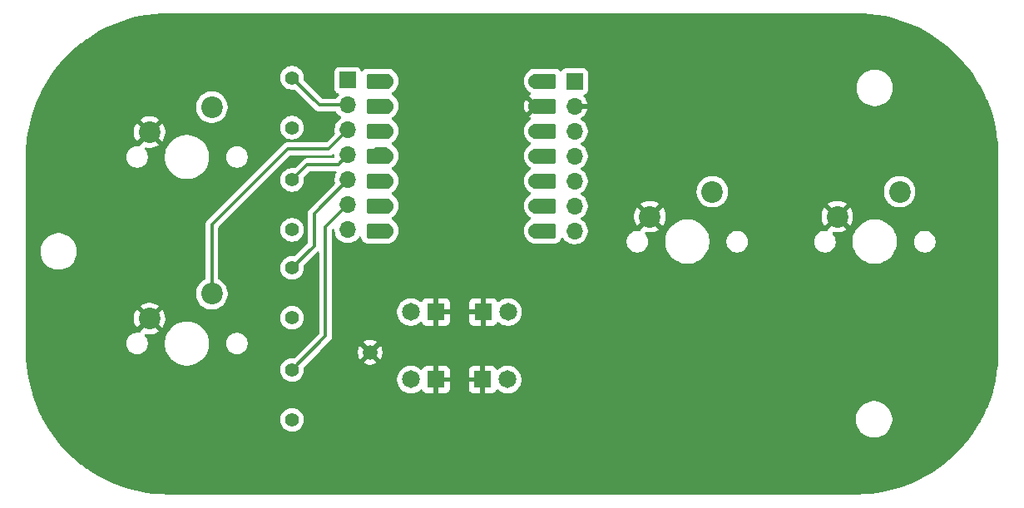
<source format=gbr>
%TF.GenerationSoftware,KiCad,Pcbnew,9.0.3*%
%TF.CreationDate,2025-07-31T20:43:01+07:00*%
%TF.ProjectId,DIY Gamepad,44495920-4761-46d6-9570-61642e6b6963,rev?*%
%TF.SameCoordinates,Original*%
%TF.FileFunction,Copper,L1,Top*%
%TF.FilePolarity,Positive*%
%FSLAX46Y46*%
G04 Gerber Fmt 4.6, Leading zero omitted, Abs format (unit mm)*
G04 Created by KiCad (PCBNEW 9.0.3) date 2025-07-31 20:43:01*
%MOMM*%
%LPD*%
G01*
G04 APERTURE LIST*
G04 Aperture macros list*
%AMRoundRect*
0 Rectangle with rounded corners*
0 $1 Rounding radius*
0 $2 $3 $4 $5 $6 $7 $8 $9 X,Y pos of 4 corners*
0 Add a 4 corners polygon primitive as box body*
4,1,4,$2,$3,$4,$5,$6,$7,$8,$9,$2,$3,0*
0 Add four circle primitives for the rounded corners*
1,1,$1+$1,$2,$3*
1,1,$1+$1,$4,$5*
1,1,$1+$1,$6,$7*
1,1,$1+$1,$8,$9*
0 Add four rect primitives between the rounded corners*
20,1,$1+$1,$2,$3,$4,$5,0*
20,1,$1+$1,$4,$5,$6,$7,0*
20,1,$1+$1,$6,$7,$8,$9,0*
20,1,$1+$1,$8,$9,$2,$3,0*%
G04 Aperture macros list end*
%TA.AperFunction,ComponentPad*%
%ADD10C,1.400000*%
%TD*%
%TA.AperFunction,ComponentPad*%
%ADD11C,2.200000*%
%TD*%
%TA.AperFunction,ComponentPad*%
%ADD12C,1.815000*%
%TD*%
%TA.AperFunction,ComponentPad*%
%ADD13R,1.815000X1.815000*%
%TD*%
%TA.AperFunction,SMDPad,CuDef*%
%ADD14RoundRect,0.152400X1.063600X0.609600X-1.063600X0.609600X-1.063600X-0.609600X1.063600X-0.609600X0*%
%TD*%
%TA.AperFunction,ComponentPad*%
%ADD15C,1.524000*%
%TD*%
%TA.AperFunction,SMDPad,CuDef*%
%ADD16RoundRect,0.152400X-1.063600X-0.609600X1.063600X-0.609600X1.063600X0.609600X-1.063600X0.609600X0*%
%TD*%
%TA.AperFunction,ComponentPad*%
%ADD17C,1.500000*%
%TD*%
%TA.AperFunction,ComponentPad*%
%ADD18R,1.700000X1.700000*%
%TD*%
%TA.AperFunction,ComponentPad*%
%ADD19O,1.700000X1.700000*%
%TD*%
%TA.AperFunction,Conductor*%
%ADD20C,0.300000*%
%TD*%
G04 APERTURE END LIST*
D10*
%TO.P,R2,1*%
%TO.N,Net-(D2-PadA)*%
X129744973Y-100400300D03*
%TO.P,R2,2*%
%TO.N,/LED2*%
X129744973Y-95320300D03*
%TD*%
%TO.P,R1,1*%
%TO.N,Net-(D1-PadA)*%
X129729973Y-90000300D03*
%TO.P,R1,2*%
%TO.N,/LED1*%
X129729973Y-84920300D03*
%TD*%
D11*
%TO.P,SW4,1,1*%
%TO.N,/Button4*%
X191588723Y-96520300D03*
%TO.P,SW4,2,2*%
%TO.N,GND*%
X185238723Y-99060300D03*
%TD*%
D10*
%TO.P,R3,1*%
%TO.N,Net-(D3-PadA)*%
X129744973Y-109350300D03*
%TO.P,R3,2*%
%TO.N,/LED3*%
X129744973Y-104270300D03*
%TD*%
D12*
%TO.P,D4,A*%
%TO.N,Net-(D4-PadA)*%
X151682900Y-115650300D03*
D13*
%TO.P,D4,C*%
%TO.N,GND*%
X149142900Y-115650300D03*
%TD*%
D10*
%TO.P,R4,1*%
%TO.N,Net-(D4-PadA)*%
X129744973Y-119740300D03*
%TO.P,R4,2*%
%TO.N,/LED4*%
X129744973Y-114660300D03*
%TD*%
D14*
%TO.P,U1,1,GPIO26/ADC0/A0*%
%TO.N,/Button1*%
X138505400Y-85270300D03*
D15*
X139340400Y-85270300D03*
D14*
%TO.P,U1,2,GPIO27/ADC1/A1*%
%TO.N,/LED1*%
X138505400Y-87810300D03*
D15*
X139340400Y-87810300D03*
D14*
%TO.P,U1,3,GPIO28/ADC2/A2*%
%TO.N,/Button3*%
X138505400Y-90350300D03*
D15*
X139340400Y-90350300D03*
D14*
%TO.P,U1,4,GPIO29/ADC3/A3*%
%TO.N,/LED2*%
X138505400Y-92890300D03*
D15*
X139340400Y-92890300D03*
D14*
%TO.P,U1,5,GPIO6/SDA*%
%TO.N,/LED3*%
X138505400Y-95430300D03*
D15*
X139340400Y-95430300D03*
D14*
%TO.P,U1,6,GPIO7/SCL*%
%TO.N,/LED4*%
X138505400Y-97970300D03*
D15*
X139340400Y-97970300D03*
D14*
%TO.P,U1,7,GPIO0/TX*%
%TO.N,Net-(J1-Pin_7)*%
X138505400Y-100510300D03*
D15*
X139340400Y-100510300D03*
%TO.P,U1,8,GPIO1/RX*%
%TO.N,Net-(J2-Pin_7)*%
X154580400Y-100510300D03*
D16*
X155415400Y-100510300D03*
D15*
%TO.P,U1,9,GPIO2/SCK*%
%TO.N,Net-(J2-Pin_6)*%
X154580400Y-97970300D03*
D16*
X155415400Y-97970300D03*
D15*
%TO.P,U1,10,GPIO4/MISO*%
%TO.N,/Button2*%
X154580400Y-95430300D03*
D16*
X155415400Y-95430300D03*
D15*
%TO.P,U1,11,GPIO3/MOSI*%
%TO.N,/Button4*%
X154580400Y-92890300D03*
D16*
X155415400Y-92890300D03*
D15*
%TO.P,U1,12,3V3*%
%TO.N,Net-(J2-Pin_3)*%
X154580400Y-90350300D03*
D16*
X155415400Y-90350300D03*
D15*
%TO.P,U1,13,GND*%
%TO.N,GND*%
X154580400Y-87810300D03*
D16*
X155415400Y-87810300D03*
D15*
%TO.P,U1,14,VBUS*%
%TO.N,Net-(J2-Pin_1)*%
X154580400Y-85270300D03*
D16*
X155415400Y-85270300D03*
%TD*%
D12*
%TO.P,D1,A*%
%TO.N,Net-(D1-PadA)*%
X141839973Y-108770300D03*
D13*
%TO.P,D1,C*%
%TO.N,GND*%
X144379973Y-108770300D03*
%TD*%
D12*
%TO.P,D2,A*%
%TO.N,Net-(D2-PadA)*%
X151729973Y-108770300D03*
D13*
%TO.P,D2,C*%
%TO.N,GND*%
X149189973Y-108770300D03*
%TD*%
D11*
%TO.P,SW2,1,1*%
%TO.N,/Button2*%
X172521223Y-96520300D03*
%TO.P,SW2,2,2*%
%TO.N,GND*%
X166171223Y-99060300D03*
%TD*%
D17*
%TO.P,J3,1,Pin_1*%
%TO.N,GND*%
X137689973Y-112880300D03*
%TD*%
D18*
%TO.P,J1,1,Pin_1*%
%TO.N,/Button1*%
X135415400Y-85170300D03*
D19*
%TO.P,J1,2,Pin_2*%
%TO.N,/LED1*%
X135415400Y-87710300D03*
%TO.P,J1,3,Pin_3*%
%TO.N,/Button3*%
X135415400Y-90250300D03*
%TO.P,J1,4,Pin_4*%
%TO.N,/LED2*%
X135415400Y-92790300D03*
%TO.P,J1,5,Pin_5*%
%TO.N,/LED3*%
X135415400Y-95330300D03*
%TO.P,J1,6,Pin_6*%
%TO.N,/LED4*%
X135415400Y-97870300D03*
%TO.P,J1,7,Pin_7*%
%TO.N,Net-(J1-Pin_7)*%
X135415400Y-100410300D03*
%TD*%
D18*
%TO.P,J2,1,Pin_1*%
%TO.N,Net-(J2-Pin_1)*%
X158490400Y-85280300D03*
D19*
%TO.P,J2,2,Pin_2*%
%TO.N,GND*%
X158490400Y-87820300D03*
%TO.P,J2,3,Pin_3*%
%TO.N,Net-(J2-Pin_3)*%
X158490400Y-90360300D03*
%TO.P,J2,4,Pin_4*%
%TO.N,/Button4*%
X158490400Y-92900300D03*
%TO.P,J2,5,Pin_5*%
%TO.N,/Button2*%
X158490400Y-95440300D03*
%TO.P,J2,6,Pin_6*%
%TO.N,Net-(J2-Pin_6)*%
X158490400Y-97980300D03*
%TO.P,J2,7,Pin_7*%
%TO.N,Net-(J2-Pin_7)*%
X158490400Y-100520300D03*
%TD*%
D11*
%TO.P,SW1,1,1*%
%TO.N,/Button1*%
X121580337Y-87908163D03*
%TO.P,SW1,2,2*%
%TO.N,GND*%
X115230337Y-90448163D03*
%TD*%
D12*
%TO.P,D3,A*%
%TO.N,Net-(D3-PadA)*%
X141849973Y-115650300D03*
D13*
%TO.P,D3,C*%
%TO.N,GND*%
X144389973Y-115650300D03*
%TD*%
D11*
%TO.P,SW3,1,1*%
%TO.N,/Button3*%
X121580337Y-106908163D03*
%TO.P,SW3,2,2*%
%TO.N,GND*%
X115230337Y-109448163D03*
%TD*%
D20*
%TO.N,/LED1*%
X129729973Y-84920300D02*
X132519973Y-87710300D01*
X129729973Y-84920300D02*
X129729973Y-84950300D01*
X132519973Y-87710300D02*
X135415400Y-87710300D01*
%TO.N,/LED2*%
X134435400Y-93770300D02*
X135415400Y-92790300D01*
X138262770Y-92121800D02*
X139340400Y-92121800D01*
X131294973Y-93770300D02*
X134435400Y-93770300D01*
X129744973Y-95320300D02*
X131294973Y-93770300D01*
%TO.N,/LED3*%
X131979973Y-102035300D02*
X129744973Y-104270300D01*
X131979973Y-98765727D02*
X131979973Y-102035300D01*
X135415400Y-95330300D02*
X131979973Y-98765727D01*
%TO.N,/LED4*%
X129744973Y-114660300D02*
X133161223Y-111244050D01*
X133161223Y-100124477D02*
X135415400Y-97870300D01*
X133161223Y-111244050D02*
X133161223Y-100124477D01*
%TO.N,/Button3*%
X135415400Y-90250300D02*
X133495400Y-92170300D01*
X133495400Y-92170300D02*
X129289973Y-92170300D01*
X121580337Y-99879936D02*
X121580337Y-106908163D01*
X129289973Y-92170300D02*
X121580337Y-99879936D01*
%TD*%
%TA.AperFunction,Conductor*%
%TO.N,GND*%
G36*
X187151552Y-78350551D02*
G01*
X187881229Y-78369041D01*
X187887480Y-78369358D01*
X188613772Y-78424666D01*
X188619955Y-78425295D01*
X189342484Y-78517314D01*
X189348685Y-78518264D01*
X190065645Y-78646764D01*
X190071745Y-78648018D01*
X190781255Y-78812662D01*
X190787305Y-78814228D01*
X191487585Y-79014603D01*
X191493564Y-79016479D01*
X192182760Y-79252052D01*
X192188633Y-79254227D01*
X192865038Y-79524415D01*
X192870791Y-79526885D01*
X193532628Y-79830979D01*
X193538248Y-79833735D01*
X194183843Y-80170965D01*
X194189303Y-80173995D01*
X194816991Y-80543493D01*
X194822321Y-80546815D01*
X195430467Y-80947617D01*
X195435606Y-80951193D01*
X196022697Y-81382301D01*
X196027656Y-81386140D01*
X196592121Y-81846401D01*
X196596888Y-81850493D01*
X197137341Y-82338773D01*
X197141894Y-82343102D01*
X197656887Y-82858095D01*
X197661216Y-82862648D01*
X198149497Y-83403100D01*
X198153589Y-83407867D01*
X198613850Y-83972331D01*
X198617693Y-83977295D01*
X199042669Y-84556035D01*
X199048791Y-84564372D01*
X199052380Y-84569529D01*
X199453175Y-85177665D01*
X199456498Y-85182996D01*
X199825982Y-85810660D01*
X199829031Y-85816153D01*
X200166259Y-86461742D01*
X200169025Y-86467383D01*
X200473101Y-87129178D01*
X200475579Y-87134951D01*
X200745762Y-87811339D01*
X200747944Y-87817231D01*
X200983513Y-88506412D01*
X200985394Y-88512406D01*
X201185763Y-89212664D01*
X201187337Y-89218746D01*
X201351972Y-89928213D01*
X201353237Y-89934367D01*
X201481732Y-90651296D01*
X201482683Y-90657506D01*
X201574698Y-91379994D01*
X201575334Y-91386244D01*
X201630640Y-92112493D01*
X201630958Y-92118768D01*
X201649433Y-92847841D01*
X201649473Y-92850982D01*
X201649473Y-112848449D01*
X201649433Y-112851591D01*
X201630941Y-113581252D01*
X201630623Y-113587526D01*
X201575317Y-114313775D01*
X201574681Y-114320025D01*
X201482665Y-115042512D01*
X201481714Y-115048722D01*
X201353218Y-115765648D01*
X201351953Y-115771802D01*
X201187318Y-116481268D01*
X201185744Y-116487350D01*
X200985374Y-117187606D01*
X200983493Y-117193600D01*
X200747924Y-117882780D01*
X200745742Y-117888672D01*
X200475559Y-118565058D01*
X200473081Y-118570831D01*
X200169005Y-119232624D01*
X200166239Y-119238265D01*
X199829010Y-119883853D01*
X199825961Y-119889346D01*
X199456470Y-120517022D01*
X199453146Y-120522354D01*
X199052360Y-121130473D01*
X199048771Y-121135629D01*
X198617685Y-121722688D01*
X198613840Y-121727656D01*
X198153569Y-122292131D01*
X198149477Y-122296898D01*
X197661197Y-122837350D01*
X197656868Y-122841903D01*
X197141875Y-123356894D01*
X197137322Y-123361223D01*
X196596870Y-123849502D01*
X196592103Y-123853594D01*
X196027639Y-124313853D01*
X196022671Y-124317699D01*
X195435599Y-124748792D01*
X195430442Y-124752381D01*
X194822299Y-125153180D01*
X194816968Y-125156503D01*
X194189315Y-125525980D01*
X194183821Y-125529029D01*
X193538239Y-125866251D01*
X193532599Y-125869017D01*
X192870797Y-126173096D01*
X192865024Y-126175574D01*
X192188637Y-126445755D01*
X192182745Y-126447937D01*
X191493565Y-126683504D01*
X191487571Y-126685385D01*
X190787314Y-126885753D01*
X190781232Y-126887327D01*
X190071766Y-127051961D01*
X190065612Y-127053226D01*
X189348685Y-127181720D01*
X189342475Y-127182671D01*
X188619987Y-127274684D01*
X188613737Y-127275320D01*
X187887490Y-127330625D01*
X187881215Y-127330943D01*
X187269516Y-127346443D01*
X187150007Y-127349472D01*
X187146878Y-127349512D01*
X117151536Y-127349512D01*
X117148395Y-127349472D01*
X116418731Y-127330981D01*
X116412456Y-127330663D01*
X115686207Y-127275357D01*
X115679957Y-127274721D01*
X114957468Y-127182706D01*
X114951258Y-127181755D01*
X114234330Y-127053260D01*
X114228176Y-127051995D01*
X113518710Y-126887360D01*
X113512628Y-126885786D01*
X112812370Y-126685417D01*
X112806376Y-126683536D01*
X112117195Y-126447967D01*
X112111303Y-126445785D01*
X111434916Y-126175603D01*
X111429143Y-126173125D01*
X110767348Y-125869049D01*
X110761707Y-125866283D01*
X110116118Y-125529055D01*
X110110625Y-125526006D01*
X109482962Y-125156522D01*
X109477631Y-125153199D01*
X108869482Y-124752396D01*
X108864325Y-124748806D01*
X108277279Y-124317730D01*
X108272311Y-124313885D01*
X107707834Y-123853615D01*
X107703067Y-123849523D01*
X107162615Y-123361242D01*
X107158062Y-123356913D01*
X106643069Y-122841921D01*
X106638740Y-122837368D01*
X106150460Y-122296915D01*
X106146368Y-122292148D01*
X105686097Y-121727672D01*
X105682252Y-121722704D01*
X105251176Y-121135658D01*
X105247587Y-121130501D01*
X104846783Y-120522352D01*
X104843459Y-120517021D01*
X104473976Y-119889358D01*
X104470927Y-119883865D01*
X104374026Y-119698359D01*
X104346578Y-119645813D01*
X128544473Y-119645813D01*
X128544473Y-119834786D01*
X128574032Y-120021418D01*
X128632427Y-120201136D01*
X128680967Y-120296400D01*
X128718213Y-120369499D01*
X128829283Y-120522373D01*
X128962900Y-120655990D01*
X129115774Y-120767060D01*
X129195320Y-120807590D01*
X129284136Y-120852845D01*
X129284138Y-120852845D01*
X129284141Y-120852847D01*
X129380470Y-120884146D01*
X129463854Y-120911240D01*
X129650487Y-120940800D01*
X129650492Y-120940800D01*
X129839459Y-120940800D01*
X130026091Y-120911240D01*
X130205805Y-120852847D01*
X130374172Y-120767060D01*
X130527046Y-120655990D01*
X130660663Y-120522373D01*
X130771733Y-120369499D01*
X130857520Y-120201132D01*
X130915913Y-120021418D01*
X130945473Y-119834786D01*
X130945473Y-119645813D01*
X130937322Y-119594351D01*
X130934892Y-119579011D01*
X187129473Y-119579011D01*
X187129473Y-119821588D01*
X187161134Y-120062085D01*
X187223920Y-120296404D01*
X187316746Y-120520505D01*
X187316750Y-120520514D01*
X187338947Y-120558961D01*
X187438037Y-120730589D01*
X187438039Y-120730592D01*
X187438040Y-120730593D01*
X187585706Y-120923036D01*
X187585712Y-120923043D01*
X187757229Y-121094560D01*
X187757236Y-121094566D01*
X187823263Y-121145230D01*
X187949684Y-121242236D01*
X188159761Y-121363524D01*
X188383873Y-121456354D01*
X188618184Y-121519138D01*
X188798559Y-121542884D01*
X188858684Y-121550800D01*
X188858685Y-121550800D01*
X189101262Y-121550800D01*
X189149361Y-121544467D01*
X189341762Y-121519138D01*
X189576073Y-121456354D01*
X189800185Y-121363524D01*
X190010262Y-121242236D01*
X190202711Y-121094565D01*
X190374238Y-120923038D01*
X190521909Y-120730589D01*
X190643197Y-120520512D01*
X190736027Y-120296400D01*
X190798811Y-120062089D01*
X190830473Y-119821588D01*
X190830473Y-119579012D01*
X190798811Y-119338511D01*
X190736027Y-119104200D01*
X190643197Y-118880088D01*
X190521909Y-118670011D01*
X190374238Y-118477562D01*
X190374233Y-118477556D01*
X190202716Y-118306039D01*
X190202709Y-118306033D01*
X190010266Y-118158367D01*
X190010265Y-118158366D01*
X190010262Y-118158364D01*
X189800185Y-118037076D01*
X189800178Y-118037073D01*
X189576077Y-117944247D01*
X189458917Y-117912854D01*
X189341762Y-117881462D01*
X189341761Y-117881461D01*
X189341758Y-117881461D01*
X189101262Y-117849800D01*
X189101261Y-117849800D01*
X188858685Y-117849800D01*
X188858684Y-117849800D01*
X188618187Y-117881461D01*
X188383868Y-117944247D01*
X188159767Y-118037073D01*
X188159758Y-118037077D01*
X187949679Y-118158367D01*
X187757236Y-118306033D01*
X187757229Y-118306039D01*
X187585712Y-118477556D01*
X187585706Y-118477563D01*
X187438040Y-118670006D01*
X187316750Y-118880085D01*
X187316746Y-118880094D01*
X187223920Y-119104195D01*
X187161134Y-119338514D01*
X187129473Y-119579011D01*
X130934892Y-119579011D01*
X130915913Y-119459181D01*
X130857518Y-119279463D01*
X130771732Y-119111100D01*
X130766715Y-119104195D01*
X130660663Y-118958227D01*
X130527046Y-118824610D01*
X130374172Y-118713540D01*
X130205809Y-118627754D01*
X130026091Y-118569359D01*
X129839459Y-118539800D01*
X129839454Y-118539800D01*
X129650492Y-118539800D01*
X129650487Y-118539800D01*
X129463854Y-118569359D01*
X129284136Y-118627754D01*
X129115773Y-118713540D01*
X129028552Y-118776910D01*
X128962900Y-118824610D01*
X128962898Y-118824612D01*
X128962897Y-118824612D01*
X128829285Y-118958224D01*
X128829285Y-118958225D01*
X128829283Y-118958227D01*
X128781583Y-119023879D01*
X128718213Y-119111100D01*
X128632427Y-119279463D01*
X128574032Y-119459181D01*
X128544473Y-119645813D01*
X104346578Y-119645813D01*
X104133698Y-119238276D01*
X104130932Y-119232635D01*
X104085309Y-119133340D01*
X103826850Y-118570828D01*
X103824378Y-118565068D01*
X103789424Y-118477563D01*
X103554191Y-117888666D01*
X103552014Y-117882788D01*
X103552011Y-117882780D01*
X103316442Y-117193597D01*
X103314564Y-117187613D01*
X103277420Y-117057800D01*
X103114190Y-116487340D01*
X103112620Y-116481274D01*
X103112619Y-116481268D01*
X102947979Y-115771780D01*
X102946725Y-115765680D01*
X102818224Y-115048720D01*
X102817274Y-115042515D01*
X102777860Y-114733049D01*
X102725258Y-114320025D01*
X102724622Y-114313777D01*
X102721819Y-114276968D01*
X102669315Y-113587519D01*
X102668998Y-113581253D01*
X102666669Y-113489360D01*
X102650513Y-112851787D01*
X102650473Y-112848646D01*
X102650473Y-111901552D01*
X112859837Y-111901552D01*
X112859837Y-112074773D01*
X112883655Y-112225159D01*
X112886935Y-112245864D01*
X112940464Y-112410608D01*
X113019105Y-112564951D01*
X113120923Y-112705091D01*
X113243409Y-112827577D01*
X113383549Y-112929395D01*
X113537892Y-113008036D01*
X113702636Y-113061565D01*
X113873726Y-113088663D01*
X113873727Y-113088663D01*
X114046947Y-113088663D01*
X114046948Y-113088663D01*
X114218038Y-113061565D01*
X114382782Y-113008036D01*
X114537125Y-112929395D01*
X114677265Y-112827577D01*
X114799751Y-112705091D01*
X114901569Y-112564951D01*
X114980210Y-112410608D01*
X115033739Y-112245864D01*
X115060837Y-112074774D01*
X115060837Y-111901552D01*
X115051191Y-111840649D01*
X116789837Y-111840649D01*
X116789837Y-112135676D01*
X116821908Y-112379276D01*
X116828344Y-112428156D01*
X116902549Y-112705093D01*
X116904698Y-112713114D01*
X116904701Y-112713124D01*
X117017591Y-112985663D01*
X117017595Y-112985673D01*
X117165098Y-113241156D01*
X117344689Y-113475203D01*
X117344695Y-113475210D01*
X117553289Y-113683804D01*
X117553296Y-113683810D01*
X117787343Y-113863401D01*
X118042826Y-114010904D01*
X118042827Y-114010904D01*
X118042830Y-114010906D01*
X118315385Y-114123802D01*
X118600344Y-114200156D01*
X118892831Y-114238663D01*
X118892838Y-114238663D01*
X119187836Y-114238663D01*
X119187843Y-114238663D01*
X119480330Y-114200156D01*
X119765289Y-114123802D01*
X120037844Y-114010906D01*
X120293331Y-113863401D01*
X120527379Y-113683809D01*
X120735983Y-113475205D01*
X120915575Y-113241157D01*
X121063080Y-112985670D01*
X121175976Y-112713115D01*
X121252330Y-112428156D01*
X121290837Y-112135669D01*
X121290837Y-111901552D01*
X123019837Y-111901552D01*
X123019837Y-112074773D01*
X123043655Y-112225159D01*
X123046935Y-112245864D01*
X123100464Y-112410608D01*
X123179105Y-112564951D01*
X123280923Y-112705091D01*
X123403409Y-112827577D01*
X123543549Y-112929395D01*
X123697892Y-113008036D01*
X123862636Y-113061565D01*
X124033726Y-113088663D01*
X124033727Y-113088663D01*
X124206947Y-113088663D01*
X124206948Y-113088663D01*
X124378038Y-113061565D01*
X124542782Y-113008036D01*
X124697125Y-112929395D01*
X124837265Y-112827577D01*
X124959751Y-112705091D01*
X125061569Y-112564951D01*
X125140210Y-112410608D01*
X125193739Y-112245864D01*
X125220837Y-112074774D01*
X125220837Y-111901552D01*
X125193739Y-111730462D01*
X125140210Y-111565718D01*
X125061569Y-111411375D01*
X124959751Y-111271235D01*
X124837265Y-111148749D01*
X124697125Y-111046931D01*
X124542782Y-110968290D01*
X124378038Y-110914761D01*
X124378036Y-110914760D01*
X124378035Y-110914760D01*
X124246608Y-110893944D01*
X124206948Y-110887663D01*
X124033726Y-110887663D01*
X123994065Y-110893944D01*
X123862639Y-110914760D01*
X123697889Y-110968291D01*
X123543548Y-111046931D01*
X123487452Y-111087688D01*
X123403409Y-111148749D01*
X123403407Y-111148751D01*
X123403406Y-111148751D01*
X123280925Y-111271232D01*
X123280925Y-111271233D01*
X123280923Y-111271235D01*
X123254125Y-111308119D01*
X123179105Y-111411374D01*
X123100465Y-111565715D01*
X123046934Y-111730465D01*
X123019837Y-111901552D01*
X121290837Y-111901552D01*
X121290837Y-111840657D01*
X121252330Y-111548170D01*
X121175976Y-111263211D01*
X121063080Y-110990656D01*
X121053812Y-110974604D01*
X120915575Y-110735169D01*
X120735984Y-110501122D01*
X120735978Y-110501115D01*
X120527384Y-110292521D01*
X120527377Y-110292515D01*
X120293330Y-110112924D01*
X120037847Y-109965421D01*
X120037837Y-109965417D01*
X119765298Y-109852527D01*
X119765291Y-109852525D01*
X119765289Y-109852524D01*
X119480330Y-109776170D01*
X119431353Y-109769722D01*
X119187850Y-109737663D01*
X119187843Y-109737663D01*
X118892831Y-109737663D01*
X118892823Y-109737663D01*
X118614422Y-109774316D01*
X118600344Y-109776170D01*
X118449546Y-109816576D01*
X118315385Y-109852524D01*
X118315375Y-109852527D01*
X118042836Y-109965417D01*
X118042826Y-109965421D01*
X117787343Y-110112924D01*
X117553296Y-110292515D01*
X117553289Y-110292521D01*
X117344695Y-110501115D01*
X117344689Y-110501122D01*
X117165098Y-110735169D01*
X117017595Y-110990652D01*
X117017591Y-110990662D01*
X116904701Y-111263201D01*
X116904698Y-111263211D01*
X116828344Y-111548170D01*
X116826490Y-111562248D01*
X116789837Y-111840649D01*
X115051191Y-111840649D01*
X115033739Y-111730462D01*
X114980210Y-111565718D01*
X114901569Y-111411375D01*
X114799751Y-111271235D01*
X114747219Y-111218703D01*
X114713734Y-111157380D01*
X114718718Y-111087688D01*
X114760590Y-111031755D01*
X114826054Y-111007338D01*
X114854298Y-111008549D01*
X115104409Y-111048163D01*
X115356265Y-111048163D01*
X115605006Y-111008765D01*
X115844521Y-110930943D01*
X116068912Y-110816609D01*
X116068918Y-110816605D01*
X116171034Y-110742413D01*
X116171035Y-110742413D01*
X115554362Y-110125741D01*
X115585595Y-110112804D01*
X115708434Y-110030726D01*
X115812900Y-109926260D01*
X115894978Y-109803421D01*
X115907914Y-109772188D01*
X116524587Y-110388861D01*
X116524587Y-110388860D01*
X116598779Y-110286744D01*
X116598783Y-110286738D01*
X116713117Y-110062347D01*
X116790939Y-109822832D01*
X116830337Y-109574091D01*
X116830337Y-109322235D01*
X116822118Y-109270346D01*
X116822118Y-109270345D01*
X116819816Y-109255813D01*
X128544473Y-109255813D01*
X128544473Y-109444786D01*
X128574032Y-109631418D01*
X128632427Y-109811136D01*
X128687842Y-109919893D01*
X128718213Y-109979499D01*
X128829283Y-110132373D01*
X128962900Y-110265990D01*
X129115774Y-110377060D01*
X129195320Y-110417590D01*
X129284136Y-110462845D01*
X129284138Y-110462845D01*
X129284141Y-110462847D01*
X129380470Y-110494146D01*
X129463854Y-110521240D01*
X129650487Y-110550800D01*
X129650492Y-110550800D01*
X129839459Y-110550800D01*
X130026091Y-110521240D01*
X130088007Y-110501122D01*
X130205805Y-110462847D01*
X130374172Y-110377060D01*
X130527046Y-110265990D01*
X130660663Y-110132373D01*
X130771733Y-109979499D01*
X130857520Y-109811132D01*
X130915913Y-109631418D01*
X130933238Y-109522032D01*
X130945473Y-109444786D01*
X130945473Y-109255813D01*
X130915913Y-109069181D01*
X130857518Y-108889463D01*
X130771732Y-108721100D01*
X130755067Y-108698163D01*
X130660663Y-108568227D01*
X130527046Y-108434610D01*
X130374172Y-108323540D01*
X130205809Y-108237754D01*
X130026091Y-108179359D01*
X129839459Y-108149800D01*
X129839454Y-108149800D01*
X129650492Y-108149800D01*
X129650487Y-108149800D01*
X129463854Y-108179359D01*
X129284136Y-108237754D01*
X129115773Y-108323540D01*
X129028552Y-108386910D01*
X128962900Y-108434610D01*
X128962898Y-108434612D01*
X128962897Y-108434612D01*
X128829285Y-108568224D01*
X128829285Y-108568225D01*
X128829283Y-108568227D01*
X128799241Y-108609576D01*
X128718213Y-108721100D01*
X128632427Y-108889463D01*
X128574032Y-109069181D01*
X128544473Y-109255813D01*
X116819816Y-109255813D01*
X116790939Y-109073493D01*
X116713117Y-108833978D01*
X116598779Y-108609579D01*
X116524587Y-108507464D01*
X116524587Y-108507463D01*
X115907914Y-109124136D01*
X115894978Y-109092905D01*
X115812900Y-108970066D01*
X115708434Y-108865600D01*
X115585595Y-108783522D01*
X115554361Y-108770584D01*
X116171035Y-108153911D01*
X116068920Y-108079720D01*
X115844521Y-107965382D01*
X115605006Y-107887560D01*
X115356265Y-107848163D01*
X115104409Y-107848163D01*
X114855667Y-107887560D01*
X114616152Y-107965382D01*
X114391750Y-108079722D01*
X114289638Y-108153910D01*
X114289637Y-108153911D01*
X114906311Y-108770584D01*
X114875079Y-108783522D01*
X114752240Y-108865600D01*
X114647774Y-108970066D01*
X114565696Y-109092905D01*
X114552758Y-109124137D01*
X113936085Y-108507463D01*
X113936084Y-108507464D01*
X113861896Y-108609576D01*
X113747556Y-108833978D01*
X113669734Y-109073493D01*
X113630337Y-109322234D01*
X113630337Y-109574091D01*
X113669734Y-109822832D01*
X113747556Y-110062347D01*
X113861894Y-110286746D01*
X113936085Y-110388860D01*
X113936085Y-110388861D01*
X114552758Y-109772187D01*
X114565696Y-109803421D01*
X114647774Y-109926260D01*
X114752240Y-110030726D01*
X114875079Y-110112804D01*
X114906311Y-110125740D01*
X114289637Y-110742413D01*
X114291935Y-110771612D01*
X114277570Y-110839990D01*
X114228518Y-110889746D01*
X114160353Y-110905084D01*
X114148920Y-110903813D01*
X114046948Y-110887663D01*
X113873726Y-110887663D01*
X113834065Y-110893944D01*
X113702639Y-110914760D01*
X113537889Y-110968291D01*
X113383548Y-111046931D01*
X113327452Y-111087688D01*
X113243409Y-111148749D01*
X113243407Y-111148751D01*
X113243406Y-111148751D01*
X113120925Y-111271232D01*
X113120925Y-111271233D01*
X113120923Y-111271235D01*
X113094125Y-111308119D01*
X113019105Y-111411374D01*
X112940465Y-111565715D01*
X112886934Y-111730465D01*
X112859837Y-111901552D01*
X102650473Y-111901552D01*
X102650473Y-106782201D01*
X119979837Y-106782201D01*
X119979837Y-107034124D01*
X120019247Y-107282948D01*
X120097097Y-107522546D01*
X120175750Y-107676910D01*
X120206567Y-107737392D01*
X120211469Y-107747011D01*
X120359538Y-107950812D01*
X120359542Y-107950817D01*
X120537682Y-108128957D01*
X120537687Y-108128961D01*
X120687429Y-108237754D01*
X120741492Y-108277033D01*
X120884521Y-108349910D01*
X120965953Y-108391402D01*
X120965955Y-108391402D01*
X120965958Y-108391404D01*
X121205552Y-108469253D01*
X121454375Y-108508663D01*
X121454376Y-108508663D01*
X121706298Y-108508663D01*
X121706299Y-108508663D01*
X121955122Y-108469253D01*
X122194716Y-108391404D01*
X122419182Y-108277033D01*
X122622993Y-108128956D01*
X122801130Y-107950819D01*
X122949207Y-107747008D01*
X123063578Y-107522542D01*
X123141427Y-107282948D01*
X123180837Y-107034125D01*
X123180837Y-106782201D01*
X123141427Y-106533378D01*
X123063578Y-106293784D01*
X123063576Y-106293781D01*
X123063576Y-106293779D01*
X123022084Y-106212347D01*
X122949207Y-106069318D01*
X122930289Y-106043280D01*
X122801135Y-105865513D01*
X122801131Y-105865508D01*
X122622991Y-105687368D01*
X122622986Y-105687364D01*
X122419183Y-105539293D01*
X122298541Y-105477822D01*
X122247746Y-105429848D01*
X122230837Y-105367338D01*
X122230837Y-100305813D01*
X128544473Y-100305813D01*
X128544473Y-100494786D01*
X128574032Y-100681418D01*
X128632427Y-100861136D01*
X128700599Y-100994929D01*
X128718213Y-101029499D01*
X128829283Y-101182373D01*
X128962900Y-101315990D01*
X129115774Y-101427060D01*
X129166280Y-101452794D01*
X129284136Y-101512845D01*
X129284138Y-101512845D01*
X129284141Y-101512847D01*
X129357845Y-101536795D01*
X129463854Y-101571240D01*
X129650487Y-101600800D01*
X129650492Y-101600800D01*
X129839459Y-101600800D01*
X130026091Y-101571240D01*
X130044215Y-101565351D01*
X130205805Y-101512847D01*
X130374172Y-101427060D01*
X130527046Y-101315990D01*
X130660663Y-101182373D01*
X130771733Y-101029499D01*
X130857520Y-100861132D01*
X130915913Y-100681418D01*
X130919453Y-100659068D01*
X130945473Y-100494786D01*
X130945473Y-100305813D01*
X130915913Y-100119181D01*
X130885528Y-100025667D01*
X130857520Y-99939468D01*
X130857518Y-99939465D01*
X130857518Y-99939463D01*
X130794541Y-99815864D01*
X130771733Y-99771101D01*
X130660663Y-99618227D01*
X130527046Y-99484610D01*
X130374172Y-99373540D01*
X130349137Y-99360784D01*
X130205809Y-99287754D01*
X130026091Y-99229359D01*
X129839459Y-99199800D01*
X129839454Y-99199800D01*
X129650492Y-99199800D01*
X129650487Y-99199800D01*
X129463854Y-99229359D01*
X129284136Y-99287754D01*
X129115773Y-99373540D01*
X129060288Y-99413853D01*
X128962900Y-99484610D01*
X128962898Y-99484612D01*
X128962897Y-99484612D01*
X128829285Y-99618224D01*
X128829285Y-99618225D01*
X128829283Y-99618227D01*
X128811384Y-99642863D01*
X128718213Y-99771100D01*
X128632427Y-99939463D01*
X128574032Y-100119181D01*
X128544473Y-100305813D01*
X122230837Y-100305813D01*
X122230837Y-100200744D01*
X122250522Y-100133705D01*
X122267156Y-100113063D01*
X129523100Y-92857119D01*
X129584423Y-92823634D01*
X129610781Y-92820800D01*
X133559471Y-92820800D01*
X133644015Y-92803982D01*
X133685144Y-92795801D01*
X133803527Y-92746765D01*
X133872010Y-92701006D01*
X133938687Y-92680129D01*
X134006067Y-92698614D01*
X134052757Y-92750593D01*
X134064900Y-92804109D01*
X134064900Y-92896587D01*
X134065687Y-92901557D01*
X134077542Y-92976402D01*
X134068588Y-93045695D01*
X134023592Y-93099147D01*
X133956840Y-93119787D01*
X133955069Y-93119800D01*
X131230902Y-93119800D01*
X131105234Y-93144797D01*
X131105228Y-93144799D01*
X130986847Y-93193834D01*
X130880299Y-93265026D01*
X130044760Y-94100565D01*
X129983437Y-94134050D01*
X129937681Y-94135357D01*
X129839459Y-94119800D01*
X129839454Y-94119800D01*
X129650492Y-94119800D01*
X129650487Y-94119800D01*
X129463854Y-94149359D01*
X129284136Y-94207754D01*
X129115773Y-94293540D01*
X129028552Y-94356910D01*
X128962900Y-94404610D01*
X128962898Y-94404612D01*
X128962897Y-94404612D01*
X128829285Y-94538224D01*
X128829285Y-94538225D01*
X128829283Y-94538227D01*
X128811686Y-94562447D01*
X128718213Y-94691100D01*
X128632427Y-94859463D01*
X128574032Y-95039181D01*
X128544473Y-95225813D01*
X128544473Y-95414786D01*
X128574032Y-95601418D01*
X128632427Y-95781136D01*
X128696006Y-95905916D01*
X128718213Y-95949499D01*
X128829283Y-96102373D01*
X128962900Y-96235990D01*
X129115774Y-96347060D01*
X129195320Y-96387590D01*
X129284136Y-96432845D01*
X129284138Y-96432845D01*
X129284141Y-96432847D01*
X129357845Y-96456795D01*
X129463854Y-96491240D01*
X129650487Y-96520800D01*
X129650492Y-96520800D01*
X129839459Y-96520800D01*
X130026091Y-96491240D01*
X130044215Y-96485351D01*
X130205805Y-96432847D01*
X130374172Y-96347060D01*
X130527046Y-96235990D01*
X130660663Y-96102373D01*
X130771733Y-95949499D01*
X130857520Y-95781132D01*
X130915913Y-95601418D01*
X130924597Y-95546587D01*
X130945473Y-95414786D01*
X130945473Y-95225821D01*
X130941408Y-95200154D01*
X130929914Y-95127587D01*
X130938868Y-95058297D01*
X130964703Y-95020514D01*
X131528100Y-94457119D01*
X131589423Y-94423634D01*
X131615781Y-94420800D01*
X134163517Y-94420800D01*
X134230556Y-94440485D01*
X134276311Y-94493289D01*
X134286255Y-94562447D01*
X134263835Y-94617686D01*
X134260349Y-94622483D01*
X134163844Y-94811885D01*
X134098153Y-95014060D01*
X134064900Y-95224013D01*
X134064900Y-95436586D01*
X134098916Y-95651355D01*
X134097277Y-95651614D01*
X134094138Y-95714183D01*
X134064742Y-95761010D01*
X131474698Y-98351055D01*
X131474695Y-98351059D01*
X131449536Y-98388711D01*
X131449537Y-98388712D01*
X131403507Y-98457601D01*
X131354472Y-98575982D01*
X131354470Y-98575988D01*
X131329473Y-98701655D01*
X131329473Y-101714491D01*
X131309788Y-101781530D01*
X131293154Y-101802172D01*
X130044760Y-103050565D01*
X129983437Y-103084050D01*
X129937681Y-103085357D01*
X129839459Y-103069800D01*
X129839454Y-103069800D01*
X129650492Y-103069800D01*
X129650487Y-103069800D01*
X129463854Y-103099359D01*
X129284136Y-103157754D01*
X129115773Y-103243540D01*
X129043644Y-103295946D01*
X128962900Y-103354610D01*
X128962898Y-103354612D01*
X128962897Y-103354612D01*
X128829285Y-103488224D01*
X128829285Y-103488225D01*
X128829283Y-103488227D01*
X128781583Y-103553879D01*
X128718213Y-103641100D01*
X128632427Y-103809463D01*
X128574032Y-103989181D01*
X128544473Y-104175813D01*
X128544473Y-104364786D01*
X128574032Y-104551418D01*
X128632427Y-104731136D01*
X128718213Y-104899499D01*
X128829283Y-105052373D01*
X128962900Y-105185990D01*
X129115774Y-105297060D01*
X129195320Y-105337590D01*
X129284136Y-105382845D01*
X129284138Y-105382845D01*
X129284141Y-105382847D01*
X129380470Y-105414146D01*
X129463854Y-105441240D01*
X129650487Y-105470800D01*
X129650492Y-105470800D01*
X129839459Y-105470800D01*
X130026091Y-105441240D01*
X130047213Y-105434377D01*
X130205805Y-105382847D01*
X130374172Y-105297060D01*
X130527046Y-105185990D01*
X130660663Y-105052373D01*
X130771733Y-104899499D01*
X130857520Y-104731132D01*
X130915913Y-104551418D01*
X130945473Y-104364786D01*
X130945473Y-104175821D01*
X130945472Y-104175813D01*
X130929914Y-104077587D01*
X130938868Y-104008297D01*
X130964703Y-103970514D01*
X132299042Y-102636177D01*
X132360365Y-102602692D01*
X132430057Y-102607676D01*
X132485990Y-102649548D01*
X132510407Y-102715012D01*
X132510723Y-102723858D01*
X132510723Y-110923241D01*
X132491038Y-110990280D01*
X132474404Y-111010922D01*
X130044760Y-113440565D01*
X129983437Y-113474050D01*
X129937681Y-113475357D01*
X129839459Y-113459800D01*
X129839454Y-113459800D01*
X129650492Y-113459800D01*
X129650487Y-113459800D01*
X129463854Y-113489359D01*
X129284136Y-113547754D01*
X129115773Y-113633540D01*
X129028552Y-113696910D01*
X128962900Y-113744610D01*
X128962898Y-113744612D01*
X128962897Y-113744612D01*
X128829285Y-113878224D01*
X128829285Y-113878225D01*
X128829283Y-113878227D01*
X128796044Y-113923977D01*
X128718213Y-114031100D01*
X128632427Y-114199463D01*
X128574032Y-114379181D01*
X128544473Y-114565813D01*
X128544473Y-114754786D01*
X128574032Y-114941418D01*
X128632427Y-115121136D01*
X128712772Y-115278821D01*
X128718213Y-115289499D01*
X128829283Y-115442373D01*
X128962900Y-115575990D01*
X129115774Y-115687060D01*
X129195320Y-115727590D01*
X129284136Y-115772845D01*
X129284138Y-115772845D01*
X129284141Y-115772847D01*
X129380470Y-115804146D01*
X129463854Y-115831240D01*
X129650487Y-115860800D01*
X129650492Y-115860800D01*
X129839459Y-115860800D01*
X130026091Y-115831240D01*
X130205805Y-115772847D01*
X130374172Y-115687060D01*
X130527046Y-115575990D01*
X130563554Y-115539482D01*
X140441973Y-115539482D01*
X140441973Y-115761117D01*
X140476641Y-115980007D01*
X140545129Y-116190788D01*
X140578000Y-116255300D01*
X140645743Y-116388253D01*
X140776011Y-116567551D01*
X140932722Y-116724262D01*
X141112020Y-116854530D01*
X141205317Y-116902067D01*
X141309484Y-116955143D01*
X141309486Y-116955143D01*
X141309489Y-116955145D01*
X141402724Y-116985439D01*
X141520265Y-117023631D01*
X141739156Y-117058300D01*
X141739161Y-117058300D01*
X141960790Y-117058300D01*
X142179680Y-117023631D01*
X142390457Y-116955145D01*
X142587926Y-116854530D01*
X142767224Y-116724262D01*
X142808279Y-116683206D01*
X142869600Y-116649722D01*
X142939291Y-116654706D01*
X142995225Y-116696576D01*
X143012141Y-116727555D01*
X143039118Y-116799886D01*
X143039122Y-116799893D01*
X143125282Y-116914987D01*
X143125285Y-116914990D01*
X143240379Y-117001150D01*
X143240386Y-117001154D01*
X143375093Y-117051396D01*
X143375100Y-117051398D01*
X143434628Y-117057799D01*
X143434645Y-117057800D01*
X144139973Y-117057800D01*
X144139973Y-116204556D01*
X144156452Y-116214071D01*
X144310323Y-116255300D01*
X144469623Y-116255300D01*
X144623494Y-116214071D01*
X144639973Y-116204556D01*
X144639973Y-117057800D01*
X145345301Y-117057800D01*
X145345317Y-117057799D01*
X145404845Y-117051398D01*
X145404852Y-117051396D01*
X145539559Y-117001154D01*
X145539566Y-117001150D01*
X145654660Y-116914990D01*
X145654663Y-116914987D01*
X145740823Y-116799893D01*
X145740827Y-116799886D01*
X145791069Y-116665179D01*
X145791071Y-116665172D01*
X145797472Y-116605644D01*
X145797473Y-116605627D01*
X145797473Y-115900300D01*
X144944230Y-115900300D01*
X144953744Y-115883821D01*
X144994973Y-115729950D01*
X144994973Y-115570650D01*
X144953744Y-115416779D01*
X144944230Y-115400300D01*
X145797473Y-115400300D01*
X145797473Y-114694972D01*
X145797472Y-114694955D01*
X147735400Y-114694955D01*
X147735400Y-115400300D01*
X148588643Y-115400300D01*
X148579129Y-115416779D01*
X148537900Y-115570650D01*
X148537900Y-115729950D01*
X148579129Y-115883821D01*
X148588643Y-115900300D01*
X147735400Y-115900300D01*
X147735400Y-116605644D01*
X147741801Y-116665172D01*
X147741803Y-116665179D01*
X147792045Y-116799886D01*
X147792049Y-116799893D01*
X147878209Y-116914987D01*
X147878212Y-116914990D01*
X147993306Y-117001150D01*
X147993313Y-117001154D01*
X148128020Y-117051396D01*
X148128027Y-117051398D01*
X148187555Y-117057799D01*
X148187572Y-117057800D01*
X148892900Y-117057800D01*
X148892900Y-116204556D01*
X148909379Y-116214071D01*
X149063250Y-116255300D01*
X149222550Y-116255300D01*
X149376421Y-116214071D01*
X149392900Y-116204556D01*
X149392900Y-117057800D01*
X150098228Y-117057800D01*
X150098244Y-117057799D01*
X150157772Y-117051398D01*
X150157779Y-117051396D01*
X150292486Y-117001154D01*
X150292493Y-117001150D01*
X150407587Y-116914990D01*
X150407590Y-116914987D01*
X150493750Y-116799893D01*
X150493753Y-116799888D01*
X150520730Y-116727557D01*
X150562601Y-116671622D01*
X150628065Y-116647204D01*
X150696338Y-116662055D01*
X150724594Y-116683207D01*
X150765649Y-116724262D01*
X150944947Y-116854530D01*
X151038244Y-116902067D01*
X151142411Y-116955143D01*
X151142413Y-116955143D01*
X151142416Y-116955145D01*
X151235651Y-116985439D01*
X151353192Y-117023631D01*
X151572083Y-117058300D01*
X151572088Y-117058300D01*
X151793717Y-117058300D01*
X152012607Y-117023631D01*
X152223384Y-116955145D01*
X152420853Y-116854530D01*
X152600151Y-116724262D01*
X152756862Y-116567551D01*
X152887130Y-116388253D01*
X152987745Y-116190784D01*
X153056231Y-115980007D01*
X153071465Y-115883821D01*
X153090900Y-115761117D01*
X153090900Y-115539482D01*
X153056231Y-115320592D01*
X153024454Y-115222796D01*
X152987745Y-115109816D01*
X152987743Y-115109813D01*
X152987743Y-115109811D01*
X152887129Y-114912346D01*
X152756862Y-114733049D01*
X152600151Y-114576338D01*
X152420853Y-114446070D01*
X152223388Y-114345456D01*
X152012607Y-114276968D01*
X151793717Y-114242300D01*
X151793712Y-114242300D01*
X151572088Y-114242300D01*
X151572083Y-114242300D01*
X151353192Y-114276968D01*
X151142411Y-114345456D01*
X150944946Y-114446070D01*
X150869735Y-114500715D01*
X150765649Y-114576338D01*
X150765647Y-114576340D01*
X150765645Y-114576341D01*
X150724593Y-114617393D01*
X150663270Y-114650878D01*
X150593578Y-114645892D01*
X150537645Y-114604020D01*
X150520731Y-114573043D01*
X150493755Y-114500715D01*
X150493750Y-114500706D01*
X150407590Y-114385612D01*
X150407587Y-114385609D01*
X150292493Y-114299449D01*
X150292486Y-114299445D01*
X150157779Y-114249203D01*
X150157772Y-114249201D01*
X150098244Y-114242800D01*
X149392900Y-114242800D01*
X149392900Y-115096043D01*
X149376421Y-115086529D01*
X149222550Y-115045300D01*
X149063250Y-115045300D01*
X148909379Y-115086529D01*
X148892900Y-115096043D01*
X148892900Y-114242800D01*
X148187555Y-114242800D01*
X148128027Y-114249201D01*
X148128020Y-114249203D01*
X147993313Y-114299445D01*
X147993306Y-114299449D01*
X147878212Y-114385609D01*
X147878209Y-114385612D01*
X147792049Y-114500706D01*
X147792045Y-114500713D01*
X147741803Y-114635420D01*
X147741801Y-114635427D01*
X147735400Y-114694955D01*
X145797472Y-114694955D01*
X145791071Y-114635427D01*
X145791069Y-114635420D01*
X145740827Y-114500713D01*
X145740823Y-114500706D01*
X145654663Y-114385612D01*
X145654660Y-114385609D01*
X145539566Y-114299449D01*
X145539559Y-114299445D01*
X145404852Y-114249203D01*
X145404845Y-114249201D01*
X145345317Y-114242800D01*
X144639973Y-114242800D01*
X144639973Y-115096043D01*
X144623494Y-115086529D01*
X144469623Y-115045300D01*
X144310323Y-115045300D01*
X144156452Y-115086529D01*
X144139973Y-115096043D01*
X144139973Y-114242800D01*
X143434628Y-114242800D01*
X143375100Y-114249201D01*
X143375093Y-114249203D01*
X143240386Y-114299445D01*
X143240379Y-114299449D01*
X143125285Y-114385609D01*
X143125282Y-114385612D01*
X143039122Y-114500706D01*
X143039118Y-114500713D01*
X143012141Y-114573044D01*
X142970270Y-114628978D01*
X142904805Y-114653395D01*
X142836532Y-114638543D01*
X142808278Y-114617392D01*
X142767226Y-114576340D01*
X142767224Y-114576338D01*
X142587926Y-114446070D01*
X142390461Y-114345456D01*
X142179680Y-114276968D01*
X141960790Y-114242300D01*
X141960785Y-114242300D01*
X141739161Y-114242300D01*
X141739156Y-114242300D01*
X141520265Y-114276968D01*
X141309484Y-114345456D01*
X141112019Y-114446070D01*
X141036808Y-114500715D01*
X140932722Y-114576338D01*
X140932720Y-114576340D01*
X140932719Y-114576340D01*
X140776013Y-114733046D01*
X140776013Y-114733047D01*
X140776011Y-114733049D01*
X140760222Y-114754781D01*
X140645743Y-114912346D01*
X140545129Y-115109811D01*
X140476641Y-115320592D01*
X140441973Y-115539482D01*
X130563554Y-115539482D01*
X130660663Y-115442373D01*
X130771733Y-115289499D01*
X130857520Y-115121132D01*
X130915913Y-114941418D01*
X130920517Y-114912347D01*
X130945473Y-114754786D01*
X130945473Y-114565821D01*
X130935161Y-114500715D01*
X130929914Y-114467587D01*
X130938868Y-114398297D01*
X130964703Y-114360514D01*
X131401240Y-113923977D01*
X136999846Y-113923977D01*
X136999846Y-113923978D01*
X137034831Y-113949396D01*
X137210137Y-114038718D01*
X137397267Y-114099521D01*
X137591591Y-114130300D01*
X137788355Y-114130300D01*
X137982678Y-114099521D01*
X138169808Y-114038718D01*
X138345116Y-113949395D01*
X138380098Y-113923978D01*
X138380099Y-113923978D01*
X137689974Y-113233853D01*
X137689973Y-113233853D01*
X136999846Y-113923977D01*
X131401240Y-113923977D01*
X132084062Y-113241156D01*
X132543302Y-112781917D01*
X136439973Y-112781917D01*
X136439973Y-112978682D01*
X136470751Y-113173005D01*
X136531554Y-113360135D01*
X136620878Y-113535445D01*
X136646292Y-113570425D01*
X136646293Y-113570425D01*
X137336419Y-112880300D01*
X137336419Y-112880299D01*
X137290342Y-112834222D01*
X137339973Y-112834222D01*
X137339973Y-112926378D01*
X137363825Y-113015395D01*
X137409903Y-113095205D01*
X137475068Y-113160370D01*
X137554878Y-113206448D01*
X137643895Y-113230300D01*
X137736051Y-113230300D01*
X137825068Y-113206448D01*
X137904878Y-113160370D01*
X137970043Y-113095205D01*
X138016121Y-113015395D01*
X138039973Y-112926378D01*
X138039973Y-112880299D01*
X138043526Y-112880299D01*
X138043526Y-112880301D01*
X138733651Y-113570426D01*
X138733651Y-113570425D01*
X138759068Y-113535443D01*
X138848391Y-113360135D01*
X138909194Y-113173005D01*
X138939973Y-112978682D01*
X138939973Y-112781917D01*
X138909194Y-112587594D01*
X138848391Y-112400464D01*
X138759069Y-112225158D01*
X138733651Y-112190173D01*
X138733650Y-112190173D01*
X138043526Y-112880299D01*
X138039973Y-112880299D01*
X138039973Y-112834222D01*
X138016121Y-112745205D01*
X137970043Y-112665395D01*
X137904878Y-112600230D01*
X137825068Y-112554152D01*
X137736051Y-112530300D01*
X137643895Y-112530300D01*
X137554878Y-112554152D01*
X137475068Y-112600230D01*
X137409903Y-112665395D01*
X137363825Y-112745205D01*
X137339973Y-112834222D01*
X137290342Y-112834222D01*
X136646293Y-112190172D01*
X136646293Y-112190173D01*
X136620875Y-112225159D01*
X136620872Y-112225163D01*
X136531555Y-112400461D01*
X136470751Y-112587594D01*
X136439973Y-112781917D01*
X132543302Y-112781917D01*
X132635849Y-112689370D01*
X133488600Y-111836620D01*
X136999845Y-111836620D01*
X137689973Y-112526746D01*
X137689974Y-112526746D01*
X138380098Y-111836620D01*
X138380098Y-111836619D01*
X138345118Y-111811205D01*
X138169808Y-111721881D01*
X137982678Y-111661078D01*
X137788355Y-111630300D01*
X137591591Y-111630300D01*
X137397267Y-111661078D01*
X137210134Y-111721882D01*
X137034836Y-111811199D01*
X137034832Y-111811202D01*
X136999846Y-111836620D01*
X136999845Y-111836620D01*
X133488600Y-111836620D01*
X133529022Y-111796198D01*
X133666495Y-111658724D01*
X133666496Y-111658723D01*
X133666496Y-111658722D01*
X133666500Y-111658719D01*
X133737688Y-111552177D01*
X133786724Y-111433794D01*
X133811723Y-111308119D01*
X133811723Y-108659482D01*
X140431973Y-108659482D01*
X140431973Y-108881117D01*
X140466641Y-109100007D01*
X140535129Y-109310788D01*
X140603405Y-109444786D01*
X140635743Y-109508253D01*
X140766011Y-109687551D01*
X140922722Y-109844262D01*
X141102020Y-109974530D01*
X141195317Y-110022067D01*
X141299484Y-110075143D01*
X141299486Y-110075143D01*
X141299489Y-110075145D01*
X141412469Y-110111854D01*
X141510265Y-110143631D01*
X141729156Y-110178300D01*
X141729161Y-110178300D01*
X141950790Y-110178300D01*
X142169680Y-110143631D01*
X142204328Y-110132373D01*
X142380457Y-110075145D01*
X142577926Y-109974530D01*
X142757224Y-109844262D01*
X142798279Y-109803206D01*
X142859600Y-109769722D01*
X142929291Y-109774706D01*
X142985225Y-109816576D01*
X143002141Y-109847555D01*
X143029118Y-109919886D01*
X143029122Y-109919893D01*
X143115282Y-110034987D01*
X143115285Y-110034990D01*
X143230379Y-110121150D01*
X143230386Y-110121154D01*
X143365093Y-110171396D01*
X143365100Y-110171398D01*
X143424628Y-110177799D01*
X143424645Y-110177800D01*
X144129973Y-110177800D01*
X144129973Y-109324556D01*
X144146452Y-109334071D01*
X144300323Y-109375300D01*
X144459623Y-109375300D01*
X144613494Y-109334071D01*
X144629973Y-109324556D01*
X144629973Y-110177800D01*
X145335301Y-110177800D01*
X145335317Y-110177799D01*
X145394845Y-110171398D01*
X145394852Y-110171396D01*
X145529559Y-110121154D01*
X145529566Y-110121150D01*
X145644660Y-110034990D01*
X145644663Y-110034987D01*
X145730823Y-109919893D01*
X145730827Y-109919886D01*
X145781069Y-109785179D01*
X145781071Y-109785172D01*
X145787472Y-109725644D01*
X145787473Y-109725627D01*
X145787473Y-109020300D01*
X144934230Y-109020300D01*
X144943744Y-109003821D01*
X144984973Y-108849950D01*
X144984973Y-108690650D01*
X144943744Y-108536779D01*
X144934230Y-108520300D01*
X145787473Y-108520300D01*
X145787473Y-107814972D01*
X145787472Y-107814955D01*
X147782473Y-107814955D01*
X147782473Y-108520300D01*
X148635716Y-108520300D01*
X148626202Y-108536779D01*
X148584973Y-108690650D01*
X148584973Y-108849950D01*
X148626202Y-109003821D01*
X148635716Y-109020300D01*
X147782473Y-109020300D01*
X147782473Y-109725644D01*
X147788874Y-109785172D01*
X147788876Y-109785179D01*
X147839118Y-109919886D01*
X147839122Y-109919893D01*
X147925282Y-110034987D01*
X147925285Y-110034990D01*
X148040379Y-110121150D01*
X148040386Y-110121154D01*
X148175093Y-110171396D01*
X148175100Y-110171398D01*
X148234628Y-110177799D01*
X148234645Y-110177800D01*
X148939973Y-110177800D01*
X148939973Y-109324556D01*
X148956452Y-109334071D01*
X149110323Y-109375300D01*
X149269623Y-109375300D01*
X149423494Y-109334071D01*
X149439973Y-109324556D01*
X149439973Y-110177800D01*
X150145301Y-110177800D01*
X150145317Y-110177799D01*
X150204845Y-110171398D01*
X150204852Y-110171396D01*
X150339559Y-110121154D01*
X150339566Y-110121150D01*
X150454660Y-110034990D01*
X150454663Y-110034987D01*
X150540823Y-109919893D01*
X150540826Y-109919888D01*
X150567803Y-109847557D01*
X150609674Y-109791622D01*
X150675138Y-109767204D01*
X150743411Y-109782055D01*
X150771667Y-109803207D01*
X150812722Y-109844262D01*
X150992020Y-109974530D01*
X151085317Y-110022067D01*
X151189484Y-110075143D01*
X151189486Y-110075143D01*
X151189489Y-110075145D01*
X151302469Y-110111854D01*
X151400265Y-110143631D01*
X151619156Y-110178300D01*
X151619161Y-110178300D01*
X151840790Y-110178300D01*
X152059680Y-110143631D01*
X152094328Y-110132373D01*
X152270457Y-110075145D01*
X152467926Y-109974530D01*
X152647224Y-109844262D01*
X152803935Y-109687551D01*
X152934203Y-109508253D01*
X153034818Y-109310784D01*
X153103304Y-109100007D01*
X153118538Y-109003821D01*
X153137973Y-108881117D01*
X153137973Y-108659482D01*
X153103304Y-108440592D01*
X153065271Y-108323540D01*
X153034818Y-108229816D01*
X153034816Y-108229813D01*
X153034816Y-108229811D01*
X152981740Y-108125644D01*
X152934203Y-108032347D01*
X152803935Y-107853049D01*
X152647224Y-107696338D01*
X152467926Y-107566070D01*
X152270461Y-107465456D01*
X152059680Y-107396968D01*
X151840790Y-107362300D01*
X151840785Y-107362300D01*
X151619161Y-107362300D01*
X151619156Y-107362300D01*
X151400265Y-107396968D01*
X151189484Y-107465456D01*
X150992019Y-107566070D01*
X150916808Y-107620715D01*
X150812722Y-107696338D01*
X150812720Y-107696340D01*
X150812718Y-107696341D01*
X150771666Y-107737393D01*
X150710343Y-107770878D01*
X150640651Y-107765892D01*
X150584718Y-107724020D01*
X150567804Y-107693043D01*
X150540828Y-107620715D01*
X150540823Y-107620706D01*
X150454663Y-107505612D01*
X150454660Y-107505609D01*
X150339566Y-107419449D01*
X150339559Y-107419445D01*
X150204852Y-107369203D01*
X150204845Y-107369201D01*
X150145317Y-107362800D01*
X149439973Y-107362800D01*
X149439973Y-108216043D01*
X149423494Y-108206529D01*
X149269623Y-108165300D01*
X149110323Y-108165300D01*
X148956452Y-108206529D01*
X148939973Y-108216043D01*
X148939973Y-107362800D01*
X148234628Y-107362800D01*
X148175100Y-107369201D01*
X148175093Y-107369203D01*
X148040386Y-107419445D01*
X148040379Y-107419449D01*
X147925285Y-107505609D01*
X147925282Y-107505612D01*
X147839122Y-107620706D01*
X147839118Y-107620713D01*
X147788876Y-107755420D01*
X147788874Y-107755427D01*
X147782473Y-107814955D01*
X145787472Y-107814955D01*
X145781071Y-107755427D01*
X145781069Y-107755420D01*
X145730827Y-107620713D01*
X145730823Y-107620706D01*
X145644663Y-107505612D01*
X145644660Y-107505609D01*
X145529566Y-107419449D01*
X145529559Y-107419445D01*
X145394852Y-107369203D01*
X145394845Y-107369201D01*
X145335317Y-107362800D01*
X144629973Y-107362800D01*
X144629973Y-108216043D01*
X144613494Y-108206529D01*
X144459623Y-108165300D01*
X144300323Y-108165300D01*
X144146452Y-108206529D01*
X144129973Y-108216043D01*
X144129973Y-107362800D01*
X143424628Y-107362800D01*
X143365100Y-107369201D01*
X143365093Y-107369203D01*
X143230386Y-107419445D01*
X143230379Y-107419449D01*
X143115285Y-107505609D01*
X143115282Y-107505612D01*
X143029122Y-107620706D01*
X143029118Y-107620713D01*
X143002141Y-107693044D01*
X142960270Y-107748978D01*
X142894805Y-107773395D01*
X142826532Y-107758543D01*
X142798278Y-107737392D01*
X142757226Y-107696340D01*
X142757224Y-107696338D01*
X142577926Y-107566070D01*
X142380461Y-107465456D01*
X142169680Y-107396968D01*
X141950790Y-107362300D01*
X141950785Y-107362300D01*
X141729161Y-107362300D01*
X141729156Y-107362300D01*
X141510265Y-107396968D01*
X141299484Y-107465456D01*
X141102019Y-107566070D01*
X141026808Y-107620715D01*
X140922722Y-107696338D01*
X140922720Y-107696340D01*
X140922719Y-107696340D01*
X140766013Y-107853046D01*
X140766013Y-107853047D01*
X140766011Y-107853049D01*
X140710065Y-107930050D01*
X140635743Y-108032346D01*
X140535129Y-108229811D01*
X140466641Y-108440592D01*
X140431973Y-108659482D01*
X133811723Y-108659482D01*
X133811723Y-100445284D01*
X133820367Y-100415843D01*
X133826891Y-100385857D01*
X133830645Y-100380841D01*
X133831408Y-100378245D01*
X133848038Y-100357607D01*
X133853220Y-100352424D01*
X133914542Y-100318941D01*
X133984234Y-100323925D01*
X134040167Y-100365797D01*
X134064584Y-100431261D01*
X134064900Y-100440107D01*
X134064900Y-100516587D01*
X134098154Y-100726543D01*
X134149110Y-100883370D01*
X134163844Y-100928714D01*
X134260351Y-101118120D01*
X134385290Y-101290086D01*
X134535613Y-101440409D01*
X134707579Y-101565348D01*
X134707581Y-101565349D01*
X134707584Y-101565351D01*
X134896988Y-101661857D01*
X135099157Y-101727546D01*
X135309113Y-101760800D01*
X135309114Y-101760800D01*
X135521686Y-101760800D01*
X135521687Y-101760800D01*
X135731643Y-101727546D01*
X135933812Y-101661857D01*
X136123216Y-101565351D01*
X136181173Y-101523243D01*
X136295186Y-101440409D01*
X136295188Y-101440406D01*
X136295192Y-101440404D01*
X136445504Y-101290092D01*
X136565178Y-101125373D01*
X136620505Y-101082710D01*
X136690118Y-101076731D01*
X136751913Y-101109336D01*
X136786271Y-101170174D01*
X136789112Y-101188531D01*
X136791812Y-101222847D01*
X136791813Y-101222852D01*
X136837834Y-101381254D01*
X136837835Y-101381257D01*
X136921805Y-101523243D01*
X136921812Y-101523252D01*
X137038447Y-101639887D01*
X137038451Y-101639890D01*
X137038453Y-101639892D01*
X137180441Y-101723864D01*
X137222216Y-101736001D01*
X137338847Y-101769886D01*
X137338850Y-101769886D01*
X137338852Y-101769887D01*
X137375866Y-101772800D01*
X137375874Y-101772800D01*
X139634926Y-101772800D01*
X139634934Y-101772800D01*
X139671948Y-101769887D01*
X139671950Y-101769886D01*
X139671952Y-101769886D01*
X139713723Y-101757749D01*
X139830359Y-101723864D01*
X139972347Y-101639892D01*
X140068548Y-101543689D01*
X140083339Y-101531058D01*
X140162864Y-101473281D01*
X140303381Y-101332764D01*
X140420187Y-101171994D01*
X140510405Y-100994932D01*
X140571813Y-100805936D01*
X140602900Y-100609661D01*
X140602900Y-100410939D01*
X140571813Y-100214664D01*
X140510405Y-100025668D01*
X140510405Y-100025667D01*
X140448744Y-99904652D01*
X140420187Y-99848606D01*
X140303381Y-99687836D01*
X140162864Y-99547319D01*
X140139732Y-99530513D01*
X140083338Y-99489540D01*
X140076575Y-99484260D01*
X140072400Y-99480761D01*
X139972347Y-99380708D01*
X139906659Y-99341860D01*
X139898877Y-99335338D01*
X139884910Y-99314373D01*
X139867721Y-99295963D01*
X139865871Y-99285792D01*
X139860140Y-99277190D01*
X139859724Y-99252002D01*
X139855217Y-99227221D01*
X139859158Y-99217666D01*
X139858988Y-99207330D01*
X139872256Y-99185916D01*
X139881862Y-99162632D01*
X139892274Y-99153609D01*
X139895789Y-99147938D01*
X139902527Y-99144725D01*
X139915404Y-99133568D01*
X139935206Y-99121857D01*
X139972347Y-99099892D01*
X140068548Y-99003689D01*
X140083339Y-98991058D01*
X140089708Y-98986431D01*
X140162864Y-98933281D01*
X140303381Y-98792764D01*
X140420187Y-98631994D01*
X140510405Y-98454932D01*
X140571813Y-98265936D01*
X140602900Y-98069661D01*
X140602900Y-97870939D01*
X140571813Y-97674664D01*
X140532626Y-97554057D01*
X140510406Y-97485670D01*
X140510405Y-97485667D01*
X140464435Y-97395449D01*
X140420187Y-97308606D01*
X140303381Y-97147836D01*
X140162864Y-97007319D01*
X140139732Y-96990513D01*
X140083338Y-96949540D01*
X140076575Y-96944260D01*
X140072400Y-96940761D01*
X139972347Y-96840708D01*
X139906659Y-96801860D01*
X139898877Y-96795338D01*
X139884910Y-96774373D01*
X139867721Y-96755963D01*
X139865871Y-96745792D01*
X139860140Y-96737190D01*
X139859724Y-96712002D01*
X139855217Y-96687221D01*
X139859158Y-96677666D01*
X139858988Y-96667330D01*
X139872256Y-96645916D01*
X139881862Y-96622632D01*
X139892274Y-96613609D01*
X139895789Y-96607938D01*
X139902527Y-96604725D01*
X139915404Y-96593568D01*
X139935206Y-96581857D01*
X139972347Y-96559892D01*
X140068548Y-96463689D01*
X140083339Y-96451058D01*
X140162864Y-96393281D01*
X140303381Y-96252764D01*
X140420187Y-96091994D01*
X140510405Y-95914932D01*
X140571813Y-95725936D01*
X140602900Y-95529661D01*
X140602900Y-95330939D01*
X140571813Y-95134664D01*
X140510405Y-94945668D01*
X140510405Y-94945667D01*
X140442239Y-94811885D01*
X140420187Y-94768606D01*
X140303381Y-94607836D01*
X140162864Y-94467319D01*
X140139732Y-94450513D01*
X140083338Y-94409540D01*
X140076575Y-94404260D01*
X140072400Y-94400761D01*
X139972347Y-94300708D01*
X139906659Y-94261860D01*
X139898877Y-94255338D01*
X139884910Y-94234373D01*
X139867721Y-94215963D01*
X139865871Y-94205792D01*
X139860140Y-94197190D01*
X139859724Y-94172002D01*
X139855217Y-94147221D01*
X139859158Y-94137666D01*
X139858988Y-94127330D01*
X139872256Y-94105916D01*
X139881862Y-94082632D01*
X139892274Y-94073609D01*
X139895789Y-94067938D01*
X139902527Y-94064725D01*
X139915404Y-94053568D01*
X139935206Y-94041857D01*
X139972347Y-94019892D01*
X140068548Y-93923689D01*
X140083339Y-93911058D01*
X140162864Y-93853281D01*
X140303381Y-93712764D01*
X140420187Y-93551994D01*
X140510405Y-93374932D01*
X140571813Y-93185936D01*
X140602900Y-92989661D01*
X140602900Y-92790939D01*
X140571813Y-92594664D01*
X140531144Y-92469496D01*
X140510406Y-92405670D01*
X140510405Y-92405667D01*
X140442240Y-92271888D01*
X140420187Y-92228606D01*
X140303381Y-92067836D01*
X140162864Y-91927319D01*
X140139732Y-91910513D01*
X140083338Y-91869540D01*
X140076575Y-91864260D01*
X140072400Y-91860761D01*
X139972347Y-91760708D01*
X139906663Y-91721862D01*
X139898877Y-91715337D01*
X139884909Y-91694371D01*
X139867720Y-91675961D01*
X139865870Y-91665792D01*
X139860139Y-91657189D01*
X139859724Y-91632000D01*
X139855217Y-91607219D01*
X139859159Y-91597663D01*
X139858989Y-91587329D01*
X139872255Y-91565918D01*
X139881863Y-91542630D01*
X139892276Y-91533607D01*
X139895790Y-91527936D01*
X139902528Y-91524723D01*
X139915399Y-91513571D01*
X139972347Y-91479892D01*
X140068548Y-91383689D01*
X140083339Y-91371058D01*
X140162864Y-91313281D01*
X140303381Y-91172764D01*
X140420187Y-91011994D01*
X140510405Y-90834932D01*
X140571813Y-90645936D01*
X140602900Y-90449661D01*
X140602900Y-90250939D01*
X140571813Y-90054664D01*
X140532727Y-89934368D01*
X140510406Y-89865670D01*
X140510405Y-89865667D01*
X140435766Y-89719182D01*
X140420187Y-89688606D01*
X140303381Y-89527836D01*
X140162864Y-89387319D01*
X140140540Y-89371100D01*
X140083338Y-89329540D01*
X140076575Y-89324260D01*
X140072400Y-89320761D01*
X139972347Y-89220708D01*
X139906659Y-89181860D01*
X139898877Y-89175338D01*
X139884910Y-89154373D01*
X139867721Y-89135963D01*
X139865871Y-89125792D01*
X139860140Y-89117190D01*
X139859724Y-89092002D01*
X139855217Y-89067221D01*
X139859158Y-89057666D01*
X139858988Y-89047330D01*
X139872256Y-89025916D01*
X139881862Y-89002632D01*
X139892274Y-88993609D01*
X139895789Y-88987938D01*
X139902527Y-88984725D01*
X139915404Y-88973568D01*
X139972347Y-88939892D01*
X140068548Y-88843689D01*
X140083339Y-88831058D01*
X140162864Y-88773281D01*
X140303381Y-88632764D01*
X140420187Y-88471994D01*
X140510405Y-88294932D01*
X140571813Y-88105936D01*
X140602900Y-87909661D01*
X140602900Y-87710939D01*
X140571813Y-87514664D01*
X140523445Y-87365800D01*
X140510406Y-87325670D01*
X140510405Y-87325667D01*
X140432638Y-87173043D01*
X140420187Y-87148606D01*
X140303381Y-86987836D01*
X140162864Y-86847319D01*
X140139732Y-86830513D01*
X140083338Y-86789540D01*
X140076575Y-86784260D01*
X140072400Y-86780761D01*
X139972347Y-86680708D01*
X139906659Y-86641860D01*
X139898877Y-86635338D01*
X139884910Y-86614373D01*
X139867721Y-86595963D01*
X139865871Y-86585792D01*
X139860140Y-86577190D01*
X139859724Y-86552002D01*
X139855217Y-86527221D01*
X139859158Y-86517666D01*
X139858988Y-86507330D01*
X139872256Y-86485916D01*
X139881862Y-86462632D01*
X139892274Y-86453609D01*
X139895789Y-86447938D01*
X139902527Y-86444725D01*
X139915404Y-86433568D01*
X139930022Y-86424923D01*
X139972347Y-86399892D01*
X140068548Y-86303689D01*
X140083339Y-86291058D01*
X140084853Y-86289958D01*
X140162864Y-86233281D01*
X140303381Y-86092764D01*
X140420187Y-85931994D01*
X140510405Y-85754932D01*
X140571813Y-85565936D01*
X140602900Y-85369661D01*
X140602900Y-85170939D01*
X153317900Y-85170939D01*
X153317900Y-85369661D01*
X153333443Y-85467798D01*
X153348987Y-85565937D01*
X153410393Y-85754929D01*
X153410394Y-85754932D01*
X153451696Y-85835990D01*
X153500613Y-85931994D01*
X153617419Y-86092764D01*
X153617421Y-86092766D01*
X153757939Y-86233284D01*
X153837460Y-86291058D01*
X153844186Y-86296307D01*
X153848379Y-86299818D01*
X153948453Y-86399892D01*
X154014608Y-86439016D01*
X154022375Y-86445520D01*
X154036362Y-86466497D01*
X154053570Y-86484927D01*
X154055415Y-86495073D01*
X154061136Y-86503653D01*
X154061561Y-86528864D01*
X154066073Y-86553669D01*
X154062140Y-86563200D01*
X154062315Y-86573512D01*
X154049043Y-86594949D01*
X154039428Y-86618258D01*
X154029043Y-86627256D01*
X154025537Y-86632920D01*
X154018791Y-86636138D01*
X154005887Y-86647321D01*
X153948770Y-86681100D01*
X153948757Y-86681110D01*
X153876760Y-86753106D01*
X153876760Y-86753107D01*
X154496305Y-87372652D01*
X154408829Y-87396092D01*
X154307470Y-87454611D01*
X154224711Y-87537370D01*
X154166192Y-87638729D01*
X154142752Y-87726205D01*
X153528130Y-87111582D01*
X153528129Y-87111583D01*
X153501043Y-87148864D01*
X153410857Y-87325862D01*
X153349475Y-87514776D01*
X153349475Y-87514779D01*
X153318400Y-87710978D01*
X153318400Y-87909621D01*
X153349475Y-88105820D01*
X153349475Y-88105823D01*
X153410857Y-88294737D01*
X153501041Y-88471732D01*
X153528130Y-88509015D01*
X153528131Y-88509016D01*
X154142752Y-87894394D01*
X154166192Y-87981871D01*
X154224711Y-88083230D01*
X154307470Y-88165989D01*
X154408829Y-88224508D01*
X154496304Y-88247947D01*
X153876760Y-88867491D01*
X153948760Y-88939492D01*
X153948764Y-88939495D01*
X154005886Y-88973277D01*
X154053569Y-89024346D01*
X154066073Y-89093088D01*
X154039428Y-89157677D01*
X154022375Y-89175079D01*
X154014604Y-89181585D01*
X153948453Y-89220708D01*
X153848390Y-89320769D01*
X153844184Y-89324292D01*
X153842998Y-89324809D01*
X153837461Y-89329539D01*
X153757936Y-89387318D01*
X153617421Y-89527833D01*
X153500613Y-89688605D01*
X153410394Y-89865667D01*
X153410393Y-89865670D01*
X153348987Y-90054662D01*
X153342930Y-90092905D01*
X153317900Y-90250939D01*
X153317900Y-90449661D01*
X153333443Y-90547798D01*
X153348987Y-90645937D01*
X153410393Y-90834929D01*
X153410394Y-90834932D01*
X153476882Y-90965420D01*
X153500613Y-91011994D01*
X153617419Y-91172764D01*
X153617421Y-91172766D01*
X153757939Y-91313284D01*
X153837460Y-91371058D01*
X153844224Y-91376339D01*
X153848398Y-91379837D01*
X153948453Y-91479892D01*
X154014137Y-91518737D01*
X154021922Y-91525262D01*
X154035888Y-91546226D01*
X154053079Y-91564638D01*
X154054928Y-91574806D01*
X154060660Y-91583410D01*
X154061074Y-91608597D01*
X154065582Y-91633379D01*
X154061639Y-91642934D01*
X154061810Y-91653270D01*
X154048543Y-91674681D01*
X154038936Y-91697969D01*
X154028522Y-91706992D01*
X154025009Y-91712663D01*
X154018271Y-91715875D01*
X154005396Y-91727031D01*
X153982139Y-91740786D01*
X153948453Y-91760708D01*
X153948446Y-91760713D01*
X153852254Y-91856904D01*
X153837461Y-91869539D01*
X153757936Y-91927318D01*
X153617421Y-92067833D01*
X153500613Y-92228605D01*
X153410394Y-92405667D01*
X153410393Y-92405670D01*
X153348987Y-92594662D01*
X153317900Y-92790939D01*
X153317900Y-92989660D01*
X153348987Y-93185937D01*
X153410393Y-93374929D01*
X153410394Y-93374932D01*
X153476860Y-93505376D01*
X153500613Y-93551994D01*
X153617419Y-93712764D01*
X153617421Y-93712766D01*
X153757939Y-93853284D01*
X153837460Y-93911058D01*
X153844224Y-93916339D01*
X153848398Y-93919837D01*
X153948453Y-94019892D01*
X154014137Y-94058737D01*
X154021922Y-94065262D01*
X154035888Y-94086226D01*
X154053079Y-94104638D01*
X154054928Y-94114806D01*
X154060660Y-94123410D01*
X154061074Y-94148597D01*
X154065582Y-94173379D01*
X154061639Y-94182934D01*
X154061810Y-94193270D01*
X154048543Y-94214681D01*
X154038936Y-94237969D01*
X154028522Y-94246992D01*
X154025009Y-94252663D01*
X154018271Y-94255875D01*
X154005396Y-94267031D01*
X153982139Y-94280786D01*
X153948453Y-94300708D01*
X153948446Y-94300713D01*
X153852254Y-94396904D01*
X153837461Y-94409539D01*
X153757936Y-94467318D01*
X153617421Y-94607833D01*
X153500613Y-94768605D01*
X153410394Y-94945667D01*
X153410393Y-94945670D01*
X153348987Y-95134662D01*
X153317900Y-95330939D01*
X153317900Y-95529660D01*
X153348987Y-95725937D01*
X153410393Y-95914929D01*
X153410394Y-95914932D01*
X153476860Y-96045376D01*
X153500613Y-96091994D01*
X153617419Y-96252764D01*
X153617421Y-96252766D01*
X153757939Y-96393284D01*
X153837460Y-96451058D01*
X153844224Y-96456339D01*
X153848398Y-96459837D01*
X153948453Y-96559892D01*
X154014137Y-96598737D01*
X154021922Y-96605262D01*
X154035888Y-96626226D01*
X154053079Y-96644638D01*
X154054928Y-96654806D01*
X154060660Y-96663410D01*
X154061074Y-96688597D01*
X154065582Y-96713379D01*
X154061639Y-96722934D01*
X154061810Y-96733270D01*
X154048543Y-96754681D01*
X154038936Y-96777969D01*
X154028522Y-96786992D01*
X154025009Y-96792663D01*
X154018271Y-96795875D01*
X154005396Y-96807031D01*
X153982139Y-96820786D01*
X153948453Y-96840708D01*
X153948446Y-96840713D01*
X153852254Y-96936904D01*
X153837461Y-96949539D01*
X153757936Y-97007318D01*
X153617421Y-97147833D01*
X153500613Y-97308605D01*
X153410394Y-97485667D01*
X153410393Y-97485670D01*
X153348987Y-97674662D01*
X153317900Y-97870939D01*
X153317900Y-98069660D01*
X153348987Y-98265937D01*
X153410393Y-98454929D01*
X153410394Y-98454932D01*
X153475243Y-98582203D01*
X153500613Y-98631994D01*
X153617419Y-98792764D01*
X153617421Y-98792766D01*
X153757939Y-98933284D01*
X153837460Y-98991058D01*
X153844224Y-98996339D01*
X153848398Y-98999837D01*
X153948453Y-99099892D01*
X154014137Y-99138737D01*
X154021922Y-99145262D01*
X154035888Y-99166226D01*
X154053079Y-99184638D01*
X154054928Y-99194806D01*
X154060660Y-99203410D01*
X154061074Y-99228597D01*
X154065582Y-99253379D01*
X154061639Y-99262934D01*
X154061810Y-99273270D01*
X154048543Y-99294681D01*
X154038936Y-99317969D01*
X154028522Y-99326992D01*
X154025009Y-99332663D01*
X154018271Y-99335875D01*
X154005396Y-99347031D01*
X153982139Y-99360786D01*
X153948453Y-99380708D01*
X153948446Y-99380713D01*
X153852254Y-99476904D01*
X153837461Y-99489539D01*
X153757936Y-99547318D01*
X153617421Y-99687833D01*
X153500613Y-99848605D01*
X153410394Y-100025667D01*
X153410393Y-100025670D01*
X153348987Y-100214662D01*
X153326831Y-100354550D01*
X153317900Y-100410939D01*
X153317900Y-100609661D01*
X153329265Y-100681418D01*
X153348987Y-100805937D01*
X153410393Y-100994929D01*
X153410394Y-100994932D01*
X153476860Y-101125376D01*
X153500613Y-101171994D01*
X153617419Y-101332764D01*
X153617421Y-101332766D01*
X153757939Y-101473284D01*
X153837460Y-101531058D01*
X153852251Y-101543690D01*
X153948453Y-101639892D01*
X154090441Y-101723864D01*
X154132216Y-101736001D01*
X154248847Y-101769886D01*
X154248850Y-101769886D01*
X154248852Y-101769887D01*
X154285866Y-101772800D01*
X154285874Y-101772800D01*
X156544926Y-101772800D01*
X156544934Y-101772800D01*
X156581948Y-101769887D01*
X156581950Y-101769886D01*
X156581952Y-101769886D01*
X156623723Y-101757749D01*
X156740359Y-101723864D01*
X156882347Y-101639892D01*
X156998992Y-101523247D01*
X157082964Y-101381259D01*
X157116224Y-101266774D01*
X157153829Y-101207892D01*
X157217302Y-101178685D01*
X157286488Y-101188431D01*
X157335618Y-101228487D01*
X157460290Y-101400086D01*
X157610613Y-101550409D01*
X157782579Y-101675348D01*
X157782581Y-101675349D01*
X157782584Y-101675351D01*
X157971988Y-101771857D01*
X158174157Y-101837546D01*
X158384113Y-101870800D01*
X158384114Y-101870800D01*
X158596686Y-101870800D01*
X158596687Y-101870800D01*
X158806643Y-101837546D01*
X159008812Y-101771857D01*
X159198216Y-101675351D01*
X159247019Y-101639894D01*
X159370186Y-101550409D01*
X159370188Y-101550406D01*
X159370192Y-101550404D01*
X159406907Y-101513689D01*
X163800723Y-101513689D01*
X163800723Y-101686910D01*
X163818978Y-101802172D01*
X163827821Y-101858001D01*
X163881350Y-102022745D01*
X163959991Y-102177088D01*
X164061809Y-102317228D01*
X164184295Y-102439714D01*
X164324435Y-102541532D01*
X164478778Y-102620173D01*
X164643522Y-102673702D01*
X164814612Y-102700800D01*
X164814613Y-102700800D01*
X164987833Y-102700800D01*
X164987834Y-102700800D01*
X165158924Y-102673702D01*
X165323668Y-102620173D01*
X165478011Y-102541532D01*
X165618151Y-102439714D01*
X165740637Y-102317228D01*
X165842455Y-102177088D01*
X165921096Y-102022745D01*
X165974625Y-101858001D01*
X166001723Y-101686911D01*
X166001723Y-101513689D01*
X165992077Y-101452786D01*
X167730723Y-101452786D01*
X167730723Y-101747813D01*
X167762794Y-101991413D01*
X167769230Y-102040293D01*
X167843435Y-102317230D01*
X167845584Y-102325251D01*
X167845587Y-102325261D01*
X167958477Y-102597800D01*
X167958481Y-102597810D01*
X168105984Y-102853293D01*
X168285575Y-103087340D01*
X168285581Y-103087347D01*
X168494175Y-103295941D01*
X168494182Y-103295947D01*
X168728229Y-103475538D01*
X168983712Y-103623041D01*
X168983713Y-103623041D01*
X168983716Y-103623043D01*
X169256271Y-103735939D01*
X169541230Y-103812293D01*
X169833717Y-103850800D01*
X169833724Y-103850800D01*
X170128722Y-103850800D01*
X170128729Y-103850800D01*
X170421216Y-103812293D01*
X170706175Y-103735939D01*
X170978730Y-103623043D01*
X171234217Y-103475538D01*
X171468265Y-103295946D01*
X171676869Y-103087342D01*
X171856461Y-102853294D01*
X172003966Y-102597807D01*
X172116862Y-102325252D01*
X172193216Y-102040293D01*
X172231723Y-101747806D01*
X172231723Y-101513689D01*
X173960723Y-101513689D01*
X173960723Y-101686910D01*
X173978978Y-101802172D01*
X173987821Y-101858001D01*
X174041350Y-102022745D01*
X174119991Y-102177088D01*
X174221809Y-102317228D01*
X174344295Y-102439714D01*
X174484435Y-102541532D01*
X174638778Y-102620173D01*
X174803522Y-102673702D01*
X174974612Y-102700800D01*
X174974613Y-102700800D01*
X175147833Y-102700800D01*
X175147834Y-102700800D01*
X175318924Y-102673702D01*
X175483668Y-102620173D01*
X175638011Y-102541532D01*
X175778151Y-102439714D01*
X175900637Y-102317228D01*
X176002455Y-102177088D01*
X176081096Y-102022745D01*
X176134625Y-101858001D01*
X176161723Y-101686911D01*
X176161723Y-101513689D01*
X182868223Y-101513689D01*
X182868223Y-101686910D01*
X182886478Y-101802172D01*
X182895321Y-101858001D01*
X182948850Y-102022745D01*
X183027491Y-102177088D01*
X183129309Y-102317228D01*
X183251795Y-102439714D01*
X183391935Y-102541532D01*
X183546278Y-102620173D01*
X183711022Y-102673702D01*
X183882112Y-102700800D01*
X183882113Y-102700800D01*
X184055333Y-102700800D01*
X184055334Y-102700800D01*
X184226424Y-102673702D01*
X184391168Y-102620173D01*
X184545511Y-102541532D01*
X184685651Y-102439714D01*
X184808137Y-102317228D01*
X184909955Y-102177088D01*
X184988596Y-102022745D01*
X185042125Y-101858001D01*
X185069223Y-101686911D01*
X185069223Y-101513689D01*
X185059577Y-101452786D01*
X186798223Y-101452786D01*
X186798223Y-101747813D01*
X186830294Y-101991413D01*
X186836730Y-102040293D01*
X186910935Y-102317230D01*
X186913084Y-102325251D01*
X186913087Y-102325261D01*
X187025977Y-102597800D01*
X187025981Y-102597810D01*
X187173484Y-102853293D01*
X187353075Y-103087340D01*
X187353081Y-103087347D01*
X187561675Y-103295941D01*
X187561682Y-103295947D01*
X187795729Y-103475538D01*
X188051212Y-103623041D01*
X188051213Y-103623041D01*
X188051216Y-103623043D01*
X188323771Y-103735939D01*
X188608730Y-103812293D01*
X188901217Y-103850800D01*
X188901224Y-103850800D01*
X189196222Y-103850800D01*
X189196229Y-103850800D01*
X189488716Y-103812293D01*
X189773675Y-103735939D01*
X190046230Y-103623043D01*
X190301717Y-103475538D01*
X190535765Y-103295946D01*
X190744369Y-103087342D01*
X190923961Y-102853294D01*
X191071466Y-102597807D01*
X191184362Y-102325252D01*
X191260716Y-102040293D01*
X191299223Y-101747806D01*
X191299223Y-101513689D01*
X193028223Y-101513689D01*
X193028223Y-101686910D01*
X193046478Y-101802172D01*
X193055321Y-101858001D01*
X193108850Y-102022745D01*
X193187491Y-102177088D01*
X193289309Y-102317228D01*
X193411795Y-102439714D01*
X193551935Y-102541532D01*
X193706278Y-102620173D01*
X193871022Y-102673702D01*
X194042112Y-102700800D01*
X194042113Y-102700800D01*
X194215333Y-102700800D01*
X194215334Y-102700800D01*
X194386424Y-102673702D01*
X194551168Y-102620173D01*
X194705511Y-102541532D01*
X194845651Y-102439714D01*
X194968137Y-102317228D01*
X195069955Y-102177088D01*
X195148596Y-102022745D01*
X195202125Y-101858001D01*
X195229223Y-101686911D01*
X195229223Y-101513689D01*
X195202125Y-101342599D01*
X195148596Y-101177855D01*
X195069955Y-101023512D01*
X194968137Y-100883372D01*
X194845651Y-100760886D01*
X194705511Y-100659068D01*
X194608543Y-100609661D01*
X194551170Y-100580428D01*
X194551169Y-100580427D01*
X194551168Y-100580427D01*
X194386424Y-100526898D01*
X194386422Y-100526897D01*
X194386421Y-100526897D01*
X194254994Y-100506081D01*
X194215334Y-100499800D01*
X194042112Y-100499800D01*
X194002451Y-100506081D01*
X193871025Y-100526897D01*
X193706275Y-100580428D01*
X193551934Y-100659068D01*
X193495838Y-100699825D01*
X193411795Y-100760886D01*
X193411793Y-100760888D01*
X193411792Y-100760888D01*
X193289311Y-100883369D01*
X193289311Y-100883370D01*
X193289309Y-100883372D01*
X193256366Y-100928714D01*
X193187491Y-101023511D01*
X193108851Y-101177852D01*
X193055320Y-101342602D01*
X193028223Y-101513689D01*
X191299223Y-101513689D01*
X191299223Y-101452794D01*
X191260716Y-101160307D01*
X191184362Y-100875348D01*
X191071466Y-100602793D01*
X191021327Y-100515950D01*
X190923961Y-100347306D01*
X190744370Y-100113259D01*
X190744364Y-100113252D01*
X190535770Y-99904658D01*
X190535763Y-99904652D01*
X190301716Y-99725061D01*
X190046233Y-99577558D01*
X190046223Y-99577554D01*
X189773684Y-99464664D01*
X189773677Y-99464662D01*
X189773675Y-99464661D01*
X189488716Y-99388307D01*
X189439836Y-99381871D01*
X189196236Y-99349800D01*
X189196229Y-99349800D01*
X188901217Y-99349800D01*
X188901209Y-99349800D01*
X188622808Y-99386453D01*
X188608730Y-99388307D01*
X188434584Y-99434969D01*
X188323771Y-99464661D01*
X188323761Y-99464664D01*
X188051222Y-99577554D01*
X188051212Y-99577558D01*
X187795729Y-99725061D01*
X187561682Y-99904652D01*
X187561675Y-99904658D01*
X187353081Y-100113252D01*
X187353075Y-100113259D01*
X187173484Y-100347306D01*
X187025981Y-100602789D01*
X187025977Y-100602799D01*
X186913087Y-100875338D01*
X186913084Y-100875348D01*
X186836731Y-101160304D01*
X186836729Y-101160315D01*
X186798223Y-101452786D01*
X185059577Y-101452786D01*
X185042125Y-101342599D01*
X184988596Y-101177855D01*
X184909955Y-101023512D01*
X184808137Y-100883372D01*
X184755605Y-100830840D01*
X184722120Y-100769517D01*
X184727104Y-100699825D01*
X184768976Y-100643892D01*
X184834440Y-100619475D01*
X184862684Y-100620686D01*
X185112795Y-100660300D01*
X185364651Y-100660300D01*
X185613392Y-100620902D01*
X185852907Y-100543080D01*
X186077298Y-100428746D01*
X186077304Y-100428742D01*
X186179420Y-100354550D01*
X186179421Y-100354550D01*
X185562748Y-99737878D01*
X185593981Y-99724941D01*
X185716820Y-99642863D01*
X185821286Y-99538397D01*
X185903364Y-99415558D01*
X185916301Y-99384325D01*
X186532973Y-100000998D01*
X186532973Y-100000997D01*
X186607165Y-99898881D01*
X186607169Y-99898875D01*
X186721503Y-99674484D01*
X186799325Y-99434969D01*
X186838723Y-99186228D01*
X186838723Y-98934371D01*
X186799325Y-98685630D01*
X186721503Y-98446115D01*
X186607165Y-98221716D01*
X186532973Y-98119601D01*
X186532973Y-98119600D01*
X185916300Y-98736273D01*
X185903364Y-98705042D01*
X185821286Y-98582203D01*
X185716820Y-98477737D01*
X185593981Y-98395659D01*
X185562747Y-98382721D01*
X186179421Y-97766048D01*
X186077306Y-97691857D01*
X185852907Y-97577519D01*
X185613392Y-97499697D01*
X185364651Y-97460300D01*
X185112795Y-97460300D01*
X184864053Y-97499697D01*
X184624538Y-97577519D01*
X184400136Y-97691859D01*
X184298024Y-97766047D01*
X184298023Y-97766048D01*
X184914697Y-98382721D01*
X184883465Y-98395659D01*
X184760626Y-98477737D01*
X184656160Y-98582203D01*
X184574082Y-98705042D01*
X184561144Y-98736274D01*
X183944471Y-98119600D01*
X183944470Y-98119601D01*
X183870282Y-98221713D01*
X183755942Y-98446115D01*
X183678120Y-98685630D01*
X183638723Y-98934371D01*
X183638723Y-99186228D01*
X183678120Y-99434969D01*
X183755942Y-99674484D01*
X183870280Y-99898883D01*
X183944471Y-100000997D01*
X183944471Y-100000998D01*
X184561144Y-99384324D01*
X184574082Y-99415558D01*
X184656160Y-99538397D01*
X184760626Y-99642863D01*
X184883465Y-99724941D01*
X184914697Y-99737877D01*
X184298023Y-100354550D01*
X184300321Y-100383749D01*
X184285956Y-100452127D01*
X184236904Y-100501883D01*
X184168739Y-100517221D01*
X184157306Y-100515950D01*
X184055334Y-100499800D01*
X183882112Y-100499800D01*
X183842451Y-100506081D01*
X183711025Y-100526897D01*
X183546275Y-100580428D01*
X183391934Y-100659068D01*
X183335838Y-100699825D01*
X183251795Y-100760886D01*
X183251793Y-100760888D01*
X183251792Y-100760888D01*
X183129311Y-100883369D01*
X183129311Y-100883370D01*
X183129309Y-100883372D01*
X183096366Y-100928714D01*
X183027491Y-101023511D01*
X182948851Y-101177852D01*
X182895320Y-101342602D01*
X182868223Y-101513689D01*
X176161723Y-101513689D01*
X176134625Y-101342599D01*
X176081096Y-101177855D01*
X176002455Y-101023512D01*
X175900637Y-100883372D01*
X175778151Y-100760886D01*
X175638011Y-100659068D01*
X175541043Y-100609661D01*
X175483670Y-100580428D01*
X175483669Y-100580427D01*
X175483668Y-100580427D01*
X175318924Y-100526898D01*
X175318922Y-100526897D01*
X175318921Y-100526897D01*
X175187494Y-100506081D01*
X175147834Y-100499800D01*
X174974612Y-100499800D01*
X174934951Y-100506081D01*
X174803525Y-100526897D01*
X174638775Y-100580428D01*
X174484434Y-100659068D01*
X174428338Y-100699825D01*
X174344295Y-100760886D01*
X174344293Y-100760888D01*
X174344292Y-100760888D01*
X174221811Y-100883369D01*
X174221811Y-100883370D01*
X174221809Y-100883372D01*
X174188866Y-100928714D01*
X174119991Y-101023511D01*
X174041351Y-101177852D01*
X173987820Y-101342602D01*
X173960723Y-101513689D01*
X172231723Y-101513689D01*
X172231723Y-101452794D01*
X172193216Y-101160307D01*
X172116862Y-100875348D01*
X172003966Y-100602793D01*
X171953827Y-100515950D01*
X171856461Y-100347306D01*
X171676870Y-100113259D01*
X171676864Y-100113252D01*
X171468270Y-99904658D01*
X171468263Y-99904652D01*
X171234216Y-99725061D01*
X170978733Y-99577558D01*
X170978723Y-99577554D01*
X170706184Y-99464664D01*
X170706177Y-99464662D01*
X170706175Y-99464661D01*
X170421216Y-99388307D01*
X170372336Y-99381871D01*
X170128736Y-99349800D01*
X170128729Y-99349800D01*
X169833717Y-99349800D01*
X169833709Y-99349800D01*
X169555308Y-99386453D01*
X169541230Y-99388307D01*
X169367084Y-99434969D01*
X169256271Y-99464661D01*
X169256261Y-99464664D01*
X168983722Y-99577554D01*
X168983712Y-99577558D01*
X168728229Y-99725061D01*
X168494182Y-99904652D01*
X168494175Y-99904658D01*
X168285581Y-100113252D01*
X168285575Y-100113259D01*
X168105984Y-100347306D01*
X167958481Y-100602789D01*
X167958477Y-100602799D01*
X167845587Y-100875338D01*
X167845584Y-100875348D01*
X167769231Y-101160304D01*
X167769229Y-101160315D01*
X167730723Y-101452786D01*
X165992077Y-101452786D01*
X165974625Y-101342599D01*
X165921096Y-101177855D01*
X165842455Y-101023512D01*
X165740637Y-100883372D01*
X165688105Y-100830840D01*
X165654620Y-100769517D01*
X165659604Y-100699825D01*
X165701476Y-100643892D01*
X165766940Y-100619475D01*
X165795184Y-100620686D01*
X166045295Y-100660300D01*
X166297151Y-100660300D01*
X166545892Y-100620902D01*
X166785407Y-100543080D01*
X167009798Y-100428746D01*
X167009804Y-100428742D01*
X167111920Y-100354550D01*
X167111921Y-100354550D01*
X166495248Y-99737878D01*
X166526481Y-99724941D01*
X166649320Y-99642863D01*
X166753786Y-99538397D01*
X166835864Y-99415558D01*
X166848801Y-99384325D01*
X167465473Y-100000998D01*
X167465473Y-100000997D01*
X167539665Y-99898881D01*
X167539669Y-99898875D01*
X167654003Y-99674484D01*
X167731825Y-99434969D01*
X167771223Y-99186228D01*
X167771223Y-98934371D01*
X167731825Y-98685630D01*
X167654003Y-98446115D01*
X167539665Y-98221716D01*
X167465473Y-98119601D01*
X167465473Y-98119600D01*
X166848800Y-98736273D01*
X166835864Y-98705042D01*
X166753786Y-98582203D01*
X166649320Y-98477737D01*
X166526481Y-98395659D01*
X166495247Y-98382721D01*
X167111921Y-97766048D01*
X167009806Y-97691857D01*
X166785407Y-97577519D01*
X166545892Y-97499697D01*
X166297151Y-97460300D01*
X166045295Y-97460300D01*
X165796553Y-97499697D01*
X165557038Y-97577519D01*
X165332636Y-97691859D01*
X165230524Y-97766047D01*
X165230523Y-97766048D01*
X165847197Y-98382721D01*
X165815965Y-98395659D01*
X165693126Y-98477737D01*
X165588660Y-98582203D01*
X165506582Y-98705042D01*
X165493644Y-98736274D01*
X164876971Y-98119600D01*
X164876970Y-98119601D01*
X164802782Y-98221713D01*
X164688442Y-98446115D01*
X164610620Y-98685630D01*
X164571223Y-98934371D01*
X164571223Y-99186228D01*
X164610620Y-99434969D01*
X164688442Y-99674484D01*
X164802780Y-99898883D01*
X164876971Y-100000997D01*
X164876971Y-100000998D01*
X165493644Y-99384324D01*
X165506582Y-99415558D01*
X165588660Y-99538397D01*
X165693126Y-99642863D01*
X165815965Y-99724941D01*
X165847197Y-99737877D01*
X165230523Y-100354550D01*
X165232821Y-100383749D01*
X165218456Y-100452127D01*
X165169404Y-100501883D01*
X165101239Y-100517221D01*
X165089806Y-100515950D01*
X164987834Y-100499800D01*
X164814612Y-100499800D01*
X164774951Y-100506081D01*
X164643525Y-100526897D01*
X164478775Y-100580428D01*
X164324434Y-100659068D01*
X164268338Y-100699825D01*
X164184295Y-100760886D01*
X164184293Y-100760888D01*
X164184292Y-100760888D01*
X164061811Y-100883369D01*
X164061811Y-100883370D01*
X164061809Y-100883372D01*
X164028866Y-100928714D01*
X163959991Y-101023511D01*
X163881351Y-101177852D01*
X163827820Y-101342602D01*
X163800723Y-101513689D01*
X159406907Y-101513689D01*
X159520504Y-101400092D01*
X159520506Y-101400088D01*
X159520509Y-101400086D01*
X159645448Y-101228120D01*
X159645447Y-101228120D01*
X159645451Y-101228116D01*
X159741957Y-101038712D01*
X159807646Y-100836543D01*
X159840900Y-100626587D01*
X159840900Y-100414013D01*
X159807646Y-100204057D01*
X159741957Y-100001888D01*
X159645451Y-99812484D01*
X159645449Y-99812481D01*
X159645448Y-99812479D01*
X159520509Y-99640513D01*
X159370186Y-99490190D01*
X159198220Y-99365251D01*
X159197515Y-99364891D01*
X159189454Y-99360785D01*
X159138659Y-99312812D01*
X159121863Y-99244992D01*
X159144399Y-99178856D01*
X159189454Y-99139815D01*
X159198216Y-99135351D01*
X159247020Y-99099893D01*
X159370186Y-99010409D01*
X159370188Y-99010406D01*
X159370192Y-99010404D01*
X159520504Y-98860092D01*
X159520511Y-98860083D01*
X159523025Y-98856623D01*
X159523027Y-98856620D01*
X159600423Y-98750092D01*
X159645451Y-98688116D01*
X159741957Y-98498712D01*
X159807646Y-98296543D01*
X159840900Y-98086587D01*
X159840900Y-97874013D01*
X159807646Y-97664057D01*
X159741957Y-97461888D01*
X159645451Y-97272484D01*
X159645449Y-97272481D01*
X159645448Y-97272479D01*
X159520509Y-97100513D01*
X159370186Y-96950190D01*
X159198220Y-96825251D01*
X159197515Y-96824891D01*
X159189454Y-96820785D01*
X159138659Y-96772812D01*
X159121863Y-96704992D01*
X159144399Y-96638856D01*
X159189454Y-96599815D01*
X159198216Y-96595351D01*
X159247020Y-96559893D01*
X159370186Y-96470409D01*
X159370188Y-96470406D01*
X159370192Y-96470404D01*
X159446258Y-96394338D01*
X170920723Y-96394338D01*
X170920723Y-96646262D01*
X170940767Y-96772812D01*
X170960133Y-96895085D01*
X171037983Y-97134683D01*
X171108197Y-97272484D01*
X171148655Y-97351888D01*
X171152355Y-97359148D01*
X171300424Y-97562949D01*
X171300428Y-97562954D01*
X171478568Y-97741094D01*
X171478573Y-97741098D01*
X171595152Y-97825797D01*
X171682378Y-97889170D01*
X171825407Y-97962047D01*
X171906839Y-98003539D01*
X171906841Y-98003539D01*
X171906844Y-98003541D01*
X172146438Y-98081390D01*
X172395261Y-98120800D01*
X172395262Y-98120800D01*
X172647184Y-98120800D01*
X172647185Y-98120800D01*
X172896008Y-98081390D01*
X173135602Y-98003541D01*
X173360068Y-97889170D01*
X173563879Y-97741093D01*
X173742016Y-97562956D01*
X173890093Y-97359145D01*
X174004464Y-97134679D01*
X174082313Y-96895085D01*
X174121723Y-96646262D01*
X174121723Y-96394338D01*
X189988223Y-96394338D01*
X189988223Y-96646262D01*
X190008267Y-96772812D01*
X190027633Y-96895085D01*
X190105483Y-97134683D01*
X190175697Y-97272484D01*
X190216155Y-97351888D01*
X190219855Y-97359148D01*
X190367924Y-97562949D01*
X190367928Y-97562954D01*
X190546068Y-97741094D01*
X190546073Y-97741098D01*
X190662652Y-97825797D01*
X190749878Y-97889170D01*
X190892907Y-97962047D01*
X190974339Y-98003539D01*
X190974341Y-98003539D01*
X190974344Y-98003541D01*
X191213938Y-98081390D01*
X191462761Y-98120800D01*
X191462762Y-98120800D01*
X191714684Y-98120800D01*
X191714685Y-98120800D01*
X191963508Y-98081390D01*
X192203102Y-98003541D01*
X192427568Y-97889170D01*
X192631379Y-97741093D01*
X192809516Y-97562956D01*
X192957593Y-97359145D01*
X193071964Y-97134679D01*
X193149813Y-96895085D01*
X193189223Y-96646262D01*
X193189223Y-96394338D01*
X193149813Y-96145515D01*
X193071964Y-95905921D01*
X193071962Y-95905918D01*
X193071962Y-95905916D01*
X192995850Y-95756539D01*
X192957593Y-95681455D01*
X192859606Y-95546587D01*
X192809521Y-95477650D01*
X192809517Y-95477645D01*
X192631377Y-95299505D01*
X192631372Y-95299501D01*
X192427571Y-95151432D01*
X192427570Y-95151431D01*
X192427568Y-95151430D01*
X192357470Y-95115713D01*
X192203106Y-95037060D01*
X191963508Y-94959210D01*
X191878008Y-94945668D01*
X191714685Y-94919800D01*
X191462761Y-94919800D01*
X191338349Y-94939505D01*
X191213937Y-94959210D01*
X190974339Y-95037060D01*
X190749874Y-95151432D01*
X190546073Y-95299501D01*
X190546068Y-95299505D01*
X190367928Y-95477645D01*
X190367924Y-95477650D01*
X190219855Y-95681451D01*
X190105483Y-95905916D01*
X190027633Y-96145514D01*
X189995711Y-96347059D01*
X189988223Y-96394338D01*
X174121723Y-96394338D01*
X174082313Y-96145515D01*
X174004464Y-95905921D01*
X174004462Y-95905918D01*
X174004462Y-95905916D01*
X173928350Y-95756539D01*
X173890093Y-95681455D01*
X173792106Y-95546587D01*
X173742021Y-95477650D01*
X173742017Y-95477645D01*
X173563877Y-95299505D01*
X173563872Y-95299501D01*
X173360071Y-95151432D01*
X173360070Y-95151431D01*
X173360068Y-95151430D01*
X173289970Y-95115713D01*
X173135606Y-95037060D01*
X172896008Y-94959210D01*
X172810508Y-94945668D01*
X172647185Y-94919800D01*
X172395261Y-94919800D01*
X172270849Y-94939505D01*
X172146437Y-94959210D01*
X171906839Y-95037060D01*
X171682374Y-95151432D01*
X171478573Y-95299501D01*
X171478568Y-95299505D01*
X171300428Y-95477645D01*
X171300424Y-95477650D01*
X171152355Y-95681451D01*
X171037983Y-95905916D01*
X170960133Y-96145514D01*
X170928211Y-96347059D01*
X170920723Y-96394338D01*
X159446258Y-96394338D01*
X159520504Y-96320092D01*
X159645451Y-96148116D01*
X159741957Y-95958712D01*
X159807646Y-95756543D01*
X159840900Y-95546587D01*
X159840900Y-95334013D01*
X159807646Y-95124057D01*
X159741957Y-94921888D01*
X159645451Y-94732484D01*
X159645449Y-94732481D01*
X159645448Y-94732479D01*
X159520509Y-94560513D01*
X159370186Y-94410190D01*
X159198220Y-94285251D01*
X159197515Y-94284891D01*
X159189454Y-94280785D01*
X159138659Y-94232812D01*
X159121863Y-94164992D01*
X159144399Y-94098856D01*
X159189454Y-94059815D01*
X159198216Y-94055351D01*
X159247020Y-94019893D01*
X159370186Y-93930409D01*
X159370188Y-93930406D01*
X159370192Y-93930404D01*
X159520504Y-93780092D01*
X159520506Y-93780088D01*
X159520509Y-93780086D01*
X159645448Y-93608120D01*
X159645447Y-93608120D01*
X159645451Y-93608116D01*
X159741957Y-93418712D01*
X159807646Y-93216543D01*
X159840900Y-93006587D01*
X159840900Y-92794013D01*
X159807646Y-92584057D01*
X159741957Y-92381888D01*
X159645451Y-92192484D01*
X159645449Y-92192481D01*
X159645448Y-92192479D01*
X159520509Y-92020513D01*
X159370186Y-91870190D01*
X159198220Y-91745251D01*
X159192650Y-91742413D01*
X159189454Y-91740785D01*
X159138659Y-91692812D01*
X159121863Y-91624992D01*
X159144399Y-91558856D01*
X159189454Y-91519815D01*
X159198216Y-91515351D01*
X159247020Y-91479893D01*
X159370186Y-91390409D01*
X159370188Y-91390406D01*
X159370192Y-91390404D01*
X159520504Y-91240092D01*
X159520506Y-91240088D01*
X159520509Y-91240086D01*
X159645448Y-91068120D01*
X159645447Y-91068120D01*
X159645451Y-91068116D01*
X159741957Y-90878712D01*
X159807646Y-90676543D01*
X159840900Y-90466587D01*
X159840900Y-90254013D01*
X159807646Y-90044057D01*
X159741957Y-89841888D01*
X159645451Y-89652484D01*
X159645449Y-89652481D01*
X159645448Y-89652479D01*
X159520509Y-89480513D01*
X159370186Y-89330190D01*
X159198217Y-89205249D01*
X159188904Y-89200504D01*
X159138107Y-89152530D01*
X159121312Y-89084709D01*
X159143849Y-89018574D01*
X159188907Y-88979532D01*
X159197958Y-88974920D01*
X159369859Y-88850027D01*
X159369864Y-88850023D01*
X159520123Y-88699764D01*
X159520127Y-88699759D01*
X159645020Y-88527857D01*
X159741495Y-88338517D01*
X159807157Y-88136429D01*
X159807157Y-88136426D01*
X159817631Y-88070300D01*
X158923412Y-88070300D01*
X158956325Y-88013293D01*
X158990400Y-87886126D01*
X158990400Y-87754474D01*
X158956325Y-87627307D01*
X158923412Y-87570300D01*
X159817631Y-87570300D01*
X159807157Y-87504173D01*
X159807157Y-87504170D01*
X159741495Y-87302082D01*
X159645020Y-87112742D01*
X159520127Y-86940840D01*
X159520123Y-86940835D01*
X159406453Y-86827165D01*
X159372968Y-86765842D01*
X159377952Y-86696150D01*
X159419824Y-86640217D01*
X159450800Y-86623302D01*
X159582731Y-86574096D01*
X159697946Y-86487846D01*
X159784196Y-86372631D01*
X159834491Y-86237783D01*
X159840900Y-86178173D01*
X159840900Y-85829011D01*
X187198223Y-85829011D01*
X187198223Y-86071588D01*
X187229884Y-86312085D01*
X187292670Y-86546404D01*
X187383565Y-86765842D01*
X187385499Y-86770512D01*
X187506787Y-86980589D01*
X187506789Y-86980592D01*
X187506790Y-86980593D01*
X187654456Y-87173036D01*
X187654462Y-87173043D01*
X187825979Y-87344560D01*
X187825986Y-87344566D01*
X187853659Y-87365800D01*
X188018434Y-87492236D01*
X188228511Y-87613524D01*
X188452623Y-87706354D01*
X188686934Y-87769138D01*
X188867309Y-87792884D01*
X188927434Y-87800800D01*
X188927435Y-87800800D01*
X189170012Y-87800800D01*
X189218111Y-87794467D01*
X189410512Y-87769138D01*
X189644823Y-87706354D01*
X189868935Y-87613524D01*
X190079012Y-87492236D01*
X190271461Y-87344565D01*
X190442988Y-87173038D01*
X190590659Y-86980589D01*
X190711947Y-86770512D01*
X190804777Y-86546400D01*
X190867561Y-86312089D01*
X190899223Y-86071588D01*
X190899223Y-85829012D01*
X190867561Y-85588511D01*
X190804777Y-85354200D01*
X190711947Y-85130088D01*
X190590659Y-84920011D01*
X190518383Y-84825819D01*
X190442989Y-84727563D01*
X190442983Y-84727556D01*
X190271466Y-84556039D01*
X190271459Y-84556033D01*
X190079016Y-84408367D01*
X190079015Y-84408366D01*
X190079012Y-84408364D01*
X189868935Y-84287076D01*
X189868928Y-84287073D01*
X189644827Y-84194247D01*
X189435759Y-84138227D01*
X189410512Y-84131462D01*
X189410511Y-84131461D01*
X189410508Y-84131461D01*
X189170012Y-84099800D01*
X189170011Y-84099800D01*
X188927435Y-84099800D01*
X188927434Y-84099800D01*
X188686937Y-84131461D01*
X188452618Y-84194247D01*
X188228517Y-84287073D01*
X188228508Y-84287077D01*
X188018429Y-84408367D01*
X187825986Y-84556033D01*
X187825979Y-84556039D01*
X187654462Y-84727556D01*
X187654456Y-84727563D01*
X187506790Y-84920006D01*
X187385500Y-85130085D01*
X187385496Y-85130094D01*
X187292670Y-85354195D01*
X187229884Y-85588514D01*
X187198223Y-85829011D01*
X159840900Y-85829011D01*
X159840899Y-85220087D01*
X159840899Y-84382429D01*
X159840898Y-84382423D01*
X159834491Y-84322816D01*
X159784197Y-84187971D01*
X159784193Y-84187964D01*
X159697947Y-84072755D01*
X159697944Y-84072752D01*
X159582735Y-83986506D01*
X159582728Y-83986502D01*
X159447882Y-83936208D01*
X159447883Y-83936208D01*
X159388283Y-83929801D01*
X159388281Y-83929800D01*
X159388273Y-83929800D01*
X159388264Y-83929800D01*
X157592529Y-83929800D01*
X157592523Y-83929801D01*
X157532916Y-83936208D01*
X157398071Y-83986502D01*
X157398064Y-83986506D01*
X157282855Y-84072752D01*
X157282852Y-84072755D01*
X157196606Y-84187964D01*
X157196601Y-84187973D01*
X157191498Y-84201655D01*
X157149624Y-84257587D01*
X157084158Y-84282000D01*
X157015886Y-84267145D01*
X156987637Y-84245997D01*
X156882352Y-84140712D01*
X156882343Y-84140705D01*
X156740357Y-84056735D01*
X156740354Y-84056734D01*
X156581952Y-84010713D01*
X156581946Y-84010712D01*
X156544941Y-84007800D01*
X156544934Y-84007800D01*
X154285866Y-84007800D01*
X154285858Y-84007800D01*
X154248853Y-84010712D01*
X154248847Y-84010713D01*
X154090445Y-84056734D01*
X154090442Y-84056735D01*
X153948456Y-84140705D01*
X153948446Y-84140713D01*
X153852254Y-84236904D01*
X153837461Y-84249539D01*
X153757936Y-84307318D01*
X153617421Y-84447833D01*
X153500613Y-84608605D01*
X153410394Y-84785667D01*
X153410393Y-84785670D01*
X153348987Y-84974662D01*
X153324371Y-85130085D01*
X153317900Y-85170939D01*
X140602900Y-85170939D01*
X140571813Y-84974664D01*
X140510405Y-84785668D01*
X140510405Y-84785667D01*
X140435766Y-84639182D01*
X140420187Y-84608606D01*
X140303381Y-84447836D01*
X140162864Y-84307319D01*
X140140540Y-84291100D01*
X140083338Y-84249540D01*
X140068547Y-84236908D01*
X139972347Y-84140708D01*
X139972346Y-84140707D01*
X139972343Y-84140705D01*
X139830357Y-84056735D01*
X139830354Y-84056734D01*
X139671952Y-84010713D01*
X139671946Y-84010712D01*
X139634941Y-84007800D01*
X139634934Y-84007800D01*
X137375866Y-84007800D01*
X137375858Y-84007800D01*
X137338853Y-84010712D01*
X137338847Y-84010713D01*
X137180445Y-84056734D01*
X137180442Y-84056735D01*
X137038456Y-84140705D01*
X137038451Y-84140709D01*
X136952118Y-84227042D01*
X136890794Y-84260526D01*
X136821103Y-84255542D01*
X136765169Y-84213670D01*
X136748255Y-84182692D01*
X136709198Y-84077973D01*
X136709193Y-84077964D01*
X136622947Y-83962755D01*
X136622944Y-83962752D01*
X136507735Y-83876506D01*
X136507728Y-83876502D01*
X136372882Y-83826208D01*
X136372883Y-83826208D01*
X136313283Y-83819801D01*
X136313281Y-83819800D01*
X136313273Y-83819800D01*
X136313264Y-83819800D01*
X134517529Y-83819800D01*
X134517523Y-83819801D01*
X134457916Y-83826208D01*
X134323071Y-83876502D01*
X134323064Y-83876506D01*
X134207855Y-83962752D01*
X134207852Y-83962755D01*
X134121606Y-84077964D01*
X134121602Y-84077971D01*
X134071308Y-84212817D01*
X134064901Y-84272416D01*
X134064900Y-84272435D01*
X134064900Y-86068170D01*
X134064901Y-86068176D01*
X134071308Y-86127783D01*
X134121602Y-86262628D01*
X134121606Y-86262635D01*
X134207852Y-86377844D01*
X134207855Y-86377847D01*
X134323064Y-86464093D01*
X134323071Y-86464097D01*
X134454482Y-86513110D01*
X134510416Y-86554981D01*
X134534833Y-86620445D01*
X134519982Y-86688718D01*
X134498831Y-86716973D01*
X134385289Y-86830515D01*
X134257485Y-87006425D01*
X134256140Y-87005448D01*
X134209695Y-87047466D01*
X134155782Y-87059800D01*
X132840781Y-87059800D01*
X132773742Y-87040115D01*
X132753100Y-87023481D01*
X130949706Y-85220087D01*
X130916221Y-85158764D01*
X130914914Y-85113013D01*
X130930473Y-85014781D01*
X130930473Y-84825819D01*
X130930473Y-84825813D01*
X130900913Y-84639181D01*
X130842518Y-84459463D01*
X130772893Y-84322817D01*
X130756733Y-84291101D01*
X130645663Y-84138227D01*
X130512046Y-84004610D01*
X130359172Y-83893540D01*
X130325733Y-83876502D01*
X130190809Y-83807754D01*
X130011091Y-83749359D01*
X129824459Y-83719800D01*
X129824454Y-83719800D01*
X129635492Y-83719800D01*
X129635487Y-83719800D01*
X129448854Y-83749359D01*
X129269136Y-83807754D01*
X129100773Y-83893540D01*
X129042045Y-83936209D01*
X128947900Y-84004610D01*
X128947898Y-84004612D01*
X128947897Y-84004612D01*
X128814285Y-84138224D01*
X128814285Y-84138225D01*
X128814283Y-84138227D01*
X128812480Y-84140709D01*
X128703213Y-84291100D01*
X128617427Y-84459463D01*
X128559032Y-84639181D01*
X128529473Y-84825813D01*
X128529473Y-85014786D01*
X128559032Y-85201418D01*
X128617427Y-85381136D01*
X128703213Y-85549499D01*
X128814283Y-85702373D01*
X128947900Y-85835990D01*
X129100774Y-85947060D01*
X129171012Y-85982848D01*
X129269136Y-86032845D01*
X129269138Y-86032845D01*
X129269141Y-86032847D01*
X129365470Y-86064146D01*
X129448854Y-86091240D01*
X129635487Y-86120800D01*
X129635492Y-86120800D01*
X129824452Y-86120800D01*
X129824454Y-86120800D01*
X129922684Y-86105241D01*
X129991973Y-86114195D01*
X130029760Y-86140033D01*
X132105298Y-88215572D01*
X132105301Y-88215575D01*
X132206126Y-88282944D01*
X132209012Y-88284872D01*
X132211846Y-88286765D01*
X132330229Y-88335801D01*
X132330233Y-88335801D01*
X132330234Y-88335802D01*
X132455901Y-88360800D01*
X132455904Y-88360800D01*
X134155782Y-88360800D01*
X134222821Y-88380485D01*
X134256499Y-88414891D01*
X134257485Y-88414175D01*
X134385290Y-88590086D01*
X134535613Y-88740409D01*
X134707582Y-88865350D01*
X134716346Y-88869816D01*
X134767142Y-88917791D01*
X134783936Y-88985612D01*
X134761398Y-89051747D01*
X134716346Y-89090784D01*
X134707582Y-89095249D01*
X134535613Y-89220190D01*
X134385290Y-89370513D01*
X134260351Y-89542479D01*
X134163844Y-89731885D01*
X134098153Y-89934060D01*
X134076069Y-90073493D01*
X134064900Y-90144013D01*
X134064900Y-90356587D01*
X134079641Y-90449660D01*
X134098916Y-90571355D01*
X134097277Y-90571614D01*
X134094138Y-90634183D01*
X134064742Y-90681010D01*
X133262273Y-91483481D01*
X133200950Y-91516966D01*
X133174592Y-91519800D01*
X129225902Y-91519800D01*
X129100234Y-91544797D01*
X129100228Y-91544799D01*
X129011111Y-91581713D01*
X129011110Y-91581713D01*
X128981849Y-91593832D01*
X128875299Y-91665026D01*
X121075063Y-99465262D01*
X121058407Y-99490190D01*
X121020235Y-99547321D01*
X121018579Y-99549799D01*
X121018577Y-99549802D01*
X121003873Y-99571806D01*
X121003870Y-99571811D01*
X120954836Y-99690191D01*
X120954834Y-99690197D01*
X120929837Y-99815864D01*
X120929837Y-105367338D01*
X120910152Y-105434377D01*
X120862133Y-105477822D01*
X120741490Y-105539293D01*
X120537687Y-105687364D01*
X120537682Y-105687368D01*
X120359542Y-105865508D01*
X120359538Y-105865513D01*
X120211469Y-106069314D01*
X120097097Y-106293779D01*
X120019247Y-106533377D01*
X119979837Y-106782201D01*
X102650473Y-106782201D01*
X102650473Y-102479011D01*
X104129473Y-102479011D01*
X104129473Y-102721588D01*
X104161134Y-102962085D01*
X104223920Y-103196404D01*
X104289452Y-103354612D01*
X104316749Y-103420512D01*
X104438037Y-103630589D01*
X104438039Y-103630592D01*
X104438040Y-103630593D01*
X104585706Y-103823036D01*
X104585712Y-103823043D01*
X104757229Y-103994560D01*
X104757235Y-103994565D01*
X104949684Y-104142236D01*
X105159761Y-104263524D01*
X105383873Y-104356354D01*
X105618184Y-104419138D01*
X105798559Y-104442884D01*
X105858684Y-104450800D01*
X105858685Y-104450800D01*
X106101262Y-104450800D01*
X106149361Y-104444467D01*
X106341762Y-104419138D01*
X106576073Y-104356354D01*
X106800185Y-104263524D01*
X107010262Y-104142236D01*
X107202711Y-103994565D01*
X107374238Y-103823038D01*
X107521909Y-103630589D01*
X107643197Y-103420512D01*
X107736027Y-103196400D01*
X107798811Y-102962089D01*
X107830473Y-102721588D01*
X107830473Y-102479012D01*
X107798811Y-102238511D01*
X107736027Y-102004200D01*
X107643197Y-101780088D01*
X107521909Y-101570011D01*
X107431970Y-101452800D01*
X107374239Y-101377563D01*
X107374233Y-101377556D01*
X107202716Y-101206039D01*
X107202709Y-101206033D01*
X107010266Y-101058367D01*
X107010265Y-101058366D01*
X107010262Y-101058364D01*
X106800185Y-100937076D01*
X106800178Y-100937073D01*
X106576077Y-100844247D01*
X106341758Y-100781461D01*
X106101262Y-100749800D01*
X106101261Y-100749800D01*
X105858685Y-100749800D01*
X105858684Y-100749800D01*
X105618187Y-100781461D01*
X105383868Y-100844247D01*
X105159767Y-100937073D01*
X105159758Y-100937077D01*
X104949679Y-101058367D01*
X104757236Y-101206033D01*
X104757229Y-101206039D01*
X104585712Y-101377556D01*
X104585706Y-101377563D01*
X104438040Y-101570006D01*
X104438037Y-101570010D01*
X104438037Y-101570011D01*
X104421790Y-101598151D01*
X104316750Y-101780085D01*
X104316746Y-101780094D01*
X104223920Y-102004195D01*
X104161134Y-102238514D01*
X104129473Y-102479011D01*
X102650473Y-102479011D01*
X102650473Y-92901552D01*
X112859837Y-92901552D01*
X112859837Y-93074773D01*
X112870927Y-93144797D01*
X112886935Y-93245864D01*
X112940464Y-93410608D01*
X113019105Y-93564951D01*
X113120923Y-93705091D01*
X113243409Y-93827577D01*
X113383549Y-93929395D01*
X113537892Y-94008036D01*
X113702636Y-94061565D01*
X113873726Y-94088663D01*
X113873727Y-94088663D01*
X114046947Y-94088663D01*
X114046948Y-94088663D01*
X114218038Y-94061565D01*
X114382782Y-94008036D01*
X114537125Y-93929395D01*
X114677265Y-93827577D01*
X114799751Y-93705091D01*
X114901569Y-93564951D01*
X114980210Y-93410608D01*
X115033739Y-93245864D01*
X115060837Y-93074774D01*
X115060837Y-92901552D01*
X115051191Y-92840649D01*
X116789837Y-92840649D01*
X116789837Y-93135676D01*
X116821336Y-93374929D01*
X116828344Y-93428156D01*
X116904698Y-93713114D01*
X116904701Y-93713124D01*
X117017591Y-93985663D01*
X117017595Y-93985673D01*
X117165098Y-94241156D01*
X117344689Y-94475203D01*
X117344695Y-94475210D01*
X117553289Y-94683804D01*
X117553296Y-94683810D01*
X117787343Y-94863401D01*
X118042826Y-95010904D01*
X118042827Y-95010904D01*
X118042830Y-95010906D01*
X118315385Y-95123802D01*
X118600344Y-95200156D01*
X118892831Y-95238663D01*
X118892838Y-95238663D01*
X119187836Y-95238663D01*
X119187843Y-95238663D01*
X119480330Y-95200156D01*
X119765289Y-95123802D01*
X120037844Y-95010906D01*
X120293331Y-94863401D01*
X120527379Y-94683809D01*
X120735983Y-94475205D01*
X120915575Y-94241157D01*
X121063080Y-93985670D01*
X121175976Y-93713115D01*
X121252330Y-93428156D01*
X121290837Y-93135669D01*
X121290837Y-92901552D01*
X123019837Y-92901552D01*
X123019837Y-93074773D01*
X123030927Y-93144797D01*
X123046935Y-93245864D01*
X123100464Y-93410608D01*
X123179105Y-93564951D01*
X123280923Y-93705091D01*
X123403409Y-93827577D01*
X123543549Y-93929395D01*
X123697892Y-94008036D01*
X123862636Y-94061565D01*
X124033726Y-94088663D01*
X124033727Y-94088663D01*
X124206947Y-94088663D01*
X124206948Y-94088663D01*
X124378038Y-94061565D01*
X124542782Y-94008036D01*
X124697125Y-93929395D01*
X124837265Y-93827577D01*
X124959751Y-93705091D01*
X125061569Y-93564951D01*
X125140210Y-93410608D01*
X125193739Y-93245864D01*
X125220837Y-93074774D01*
X125220837Y-92901552D01*
X125193739Y-92730462D01*
X125140210Y-92565718D01*
X125061569Y-92411375D01*
X124959751Y-92271235D01*
X124837265Y-92148749D01*
X124697125Y-92046931D01*
X124645268Y-92020509D01*
X124542784Y-91968291D01*
X124542783Y-91968290D01*
X124542782Y-91968290D01*
X124378038Y-91914761D01*
X124378036Y-91914760D01*
X124378035Y-91914760D01*
X124246608Y-91893944D01*
X124206948Y-91887663D01*
X124033726Y-91887663D01*
X123994065Y-91893944D01*
X123862639Y-91914760D01*
X123697889Y-91968291D01*
X123543548Y-92046931D01*
X123463593Y-92105022D01*
X123403409Y-92148749D01*
X123403407Y-92148751D01*
X123403406Y-92148751D01*
X123280925Y-92271232D01*
X123280925Y-92271233D01*
X123280923Y-92271235D01*
X123280449Y-92271888D01*
X123179105Y-92411374D01*
X123100465Y-92565715D01*
X123046934Y-92730465D01*
X123019837Y-92901552D01*
X121290837Y-92901552D01*
X121290837Y-92840657D01*
X121252330Y-92548170D01*
X121175976Y-92263211D01*
X121164308Y-92235043D01*
X121114465Y-92114710D01*
X121063080Y-91990656D01*
X121026512Y-91927319D01*
X120915575Y-91735169D01*
X120735984Y-91501122D01*
X120735978Y-91501115D01*
X120527384Y-91292521D01*
X120527377Y-91292515D01*
X120293330Y-91112924D01*
X120037847Y-90965421D01*
X120037837Y-90965417D01*
X119765298Y-90852527D01*
X119765291Y-90852525D01*
X119765289Y-90852524D01*
X119480330Y-90776170D01*
X119431450Y-90769734D01*
X119187850Y-90737663D01*
X119187843Y-90737663D01*
X118892831Y-90737663D01*
X118892823Y-90737663D01*
X118614422Y-90774316D01*
X118600344Y-90776170D01*
X118426198Y-90822832D01*
X118315385Y-90852524D01*
X118315375Y-90852527D01*
X118042836Y-90965417D01*
X118042826Y-90965421D01*
X117787343Y-91112924D01*
X117553296Y-91292515D01*
X117553289Y-91292521D01*
X117344695Y-91501115D01*
X117344689Y-91501122D01*
X117165098Y-91735169D01*
X117017595Y-91990652D01*
X117017591Y-91990662D01*
X116904701Y-92263201D01*
X116904698Y-92263211D01*
X116848203Y-92474057D01*
X116828345Y-92548167D01*
X116828343Y-92548178D01*
X116789837Y-92840649D01*
X115051191Y-92840649D01*
X115033739Y-92730462D01*
X114980210Y-92565718D01*
X114901569Y-92411375D01*
X114799751Y-92271235D01*
X114747219Y-92218703D01*
X114713734Y-92157380D01*
X114718718Y-92087688D01*
X114760590Y-92031755D01*
X114826054Y-92007338D01*
X114854298Y-92008549D01*
X115104409Y-92048163D01*
X115356265Y-92048163D01*
X115605006Y-92008765D01*
X115844521Y-91930943D01*
X116068912Y-91816609D01*
X116068918Y-91816605D01*
X116171034Y-91742413D01*
X116171035Y-91742413D01*
X115554362Y-91125741D01*
X115585595Y-91112804D01*
X115708434Y-91030726D01*
X115812900Y-90926260D01*
X115894978Y-90803421D01*
X115907914Y-90772188D01*
X116524587Y-91388861D01*
X116524587Y-91388860D01*
X116598779Y-91286744D01*
X116598783Y-91286738D01*
X116713117Y-91062347D01*
X116790939Y-90822832D01*
X116830337Y-90574091D01*
X116830337Y-90322234D01*
X116790939Y-90073493D01*
X116747327Y-89939265D01*
X116736458Y-89905813D01*
X128529473Y-89905813D01*
X128529473Y-90094786D01*
X128559032Y-90281418D01*
X128617427Y-90461136D01*
X128671135Y-90566543D01*
X128703213Y-90629499D01*
X128814283Y-90782373D01*
X128947900Y-90915990D01*
X129100774Y-91027060D01*
X129170029Y-91062347D01*
X129269136Y-91112845D01*
X129269138Y-91112845D01*
X129269141Y-91112847D01*
X129365470Y-91144146D01*
X129448854Y-91171240D01*
X129635487Y-91200800D01*
X129635492Y-91200800D01*
X129824459Y-91200800D01*
X130011091Y-91171240D01*
X130016935Y-91169341D01*
X130190805Y-91112847D01*
X130359172Y-91027060D01*
X130512046Y-90915990D01*
X130645663Y-90782373D01*
X130756733Y-90629499D01*
X130842520Y-90461132D01*
X130900913Y-90281418D01*
X130930473Y-90094786D01*
X130930473Y-89905813D01*
X130900913Y-89719181D01*
X130866053Y-89611896D01*
X130842520Y-89539468D01*
X130842518Y-89539465D01*
X130842518Y-89539463D01*
X130797263Y-89450647D01*
X130756733Y-89371101D01*
X130645663Y-89218227D01*
X130512046Y-89084610D01*
X130359172Y-88973540D01*
X130336243Y-88961857D01*
X130190809Y-88887754D01*
X130011091Y-88829359D01*
X129824459Y-88799800D01*
X129824454Y-88799800D01*
X129635492Y-88799800D01*
X129635487Y-88799800D01*
X129448854Y-88829359D01*
X129269136Y-88887754D01*
X129100773Y-88973540D01*
X129038790Y-89018574D01*
X128947900Y-89084610D01*
X128947898Y-89084612D01*
X128947897Y-89084612D01*
X128814285Y-89218224D01*
X128814285Y-89218225D01*
X128814283Y-89218227D01*
X128812478Y-89220712D01*
X128703213Y-89371100D01*
X128617427Y-89539463D01*
X128559032Y-89719181D01*
X128529473Y-89905813D01*
X116736458Y-89905813D01*
X116713117Y-89833978D01*
X116598779Y-89609579D01*
X116524587Y-89507464D01*
X116524587Y-89507463D01*
X115907914Y-90124136D01*
X115894978Y-90092905D01*
X115812900Y-89970066D01*
X115708434Y-89865600D01*
X115585595Y-89783522D01*
X115554361Y-89770584D01*
X116171035Y-89153911D01*
X116068920Y-89079720D01*
X115844521Y-88965382D01*
X115605006Y-88887560D01*
X115356265Y-88848163D01*
X115104409Y-88848163D01*
X114855667Y-88887560D01*
X114616152Y-88965382D01*
X114391750Y-89079722D01*
X114289638Y-89153910D01*
X114289637Y-89153911D01*
X114906311Y-89770584D01*
X114875079Y-89783522D01*
X114752240Y-89865600D01*
X114647774Y-89970066D01*
X114565696Y-90092905D01*
X114552758Y-90124137D01*
X113936085Y-89507463D01*
X113936084Y-89507464D01*
X113861896Y-89609576D01*
X113747556Y-89833978D01*
X113669734Y-90073493D01*
X113630337Y-90322234D01*
X113630337Y-90574091D01*
X113669734Y-90822832D01*
X113747556Y-91062347D01*
X113861894Y-91286746D01*
X113936085Y-91388860D01*
X113936085Y-91388861D01*
X114552758Y-90772187D01*
X114565696Y-90803421D01*
X114647774Y-90926260D01*
X114752240Y-91030726D01*
X114875079Y-91112804D01*
X114906311Y-91125740D01*
X114289637Y-91742413D01*
X114291935Y-91771612D01*
X114277570Y-91839990D01*
X114228518Y-91889746D01*
X114160353Y-91905084D01*
X114148920Y-91903813D01*
X114046948Y-91887663D01*
X113873726Y-91887663D01*
X113834065Y-91893944D01*
X113702639Y-91914760D01*
X113537889Y-91968291D01*
X113383548Y-92046931D01*
X113303593Y-92105022D01*
X113243409Y-92148749D01*
X113243407Y-92148751D01*
X113243406Y-92148751D01*
X113120925Y-92271232D01*
X113120925Y-92271233D01*
X113120923Y-92271235D01*
X113120449Y-92271888D01*
X113019105Y-92411374D01*
X112940465Y-92565715D01*
X112886934Y-92730465D01*
X112859837Y-92901552D01*
X102650473Y-92901552D01*
X102650473Y-92851573D01*
X102650513Y-92848432D01*
X102658121Y-92548170D01*
X102669002Y-92118755D01*
X102669320Y-92112493D01*
X102671606Y-92082484D01*
X102724625Y-91386240D01*
X102725261Y-91379995D01*
X102743080Y-91240086D01*
X102817277Y-90657495D01*
X102818227Y-90651296D01*
X102946728Y-89934333D01*
X102947978Y-89928249D01*
X103112627Y-89218722D01*
X103114195Y-89212666D01*
X103114196Y-89212664D01*
X103314569Y-88512386D01*
X103316437Y-88506435D01*
X103552023Y-87817204D01*
X103554195Y-87811341D01*
X103554196Y-87811339D01*
X103565835Y-87782201D01*
X119979837Y-87782201D01*
X119979837Y-88034124D01*
X120019246Y-88282944D01*
X120019246Y-88282948D01*
X120097097Y-88522546D01*
X120131511Y-88590086D01*
X120208102Y-88740404D01*
X120211469Y-88747011D01*
X120359538Y-88950812D01*
X120359542Y-88950817D01*
X120537682Y-89128957D01*
X120537687Y-89128961D01*
X120715454Y-89258115D01*
X120741492Y-89277033D01*
X120859865Y-89337347D01*
X120965953Y-89391402D01*
X120965955Y-89391402D01*
X120965958Y-89391404D01*
X121205552Y-89469253D01*
X121454375Y-89508663D01*
X121454376Y-89508663D01*
X121706298Y-89508663D01*
X121706299Y-89508663D01*
X121955122Y-89469253D01*
X122194716Y-89391404D01*
X122419182Y-89277033D01*
X122622993Y-89128956D01*
X122801130Y-88950819D01*
X122949207Y-88747008D01*
X123063578Y-88522542D01*
X123141427Y-88282948D01*
X123145886Y-88254800D01*
X123180837Y-88034124D01*
X123180837Y-87782201D01*
X123168824Y-87706354D01*
X123141427Y-87533378D01*
X123063578Y-87293784D01*
X123063576Y-87293781D01*
X123063576Y-87293779D01*
X122993457Y-87156164D01*
X122949207Y-87069318D01*
X122902803Y-87005448D01*
X122801135Y-86865513D01*
X122801131Y-86865508D01*
X122622991Y-86687368D01*
X122622986Y-86687364D01*
X122419185Y-86539295D01*
X122419184Y-86539294D01*
X122419182Y-86539293D01*
X122332395Y-86495073D01*
X122194720Y-86424923D01*
X121955122Y-86347073D01*
X121706299Y-86307663D01*
X121454375Y-86307663D01*
X121426431Y-86312089D01*
X121205551Y-86347073D01*
X120965953Y-86424923D01*
X120741488Y-86539295D01*
X120537687Y-86687364D01*
X120537682Y-86687368D01*
X120359542Y-86865508D01*
X120359538Y-86865513D01*
X120211469Y-87069314D01*
X120097097Y-87293779D01*
X120019247Y-87533377D01*
X119979837Y-87782201D01*
X103565835Y-87782201D01*
X103824387Y-87134925D01*
X103826842Y-87129207D01*
X104130936Y-86467372D01*
X104133696Y-86461745D01*
X104246638Y-86245529D01*
X104470928Y-85816146D01*
X104473958Y-85810686D01*
X104843467Y-85182978D01*
X104846780Y-85177667D01*
X105247584Y-84569518D01*
X105251161Y-84564377D01*
X105682261Y-83977299D01*
X105686083Y-83972361D01*
X106146369Y-83407863D01*
X106150456Y-83403103D01*
X106150459Y-83403100D01*
X106638756Y-82862629D01*
X106643046Y-82858117D01*
X107158078Y-82343085D01*
X107162590Y-82338795D01*
X107703070Y-81850489D01*
X107707831Y-81846403D01*
X108272322Y-81386122D01*
X108277261Y-81382299D01*
X108864338Y-80951200D01*
X108869463Y-80947632D01*
X109477646Y-80546807D01*
X109482939Y-80543507D01*
X110110631Y-80174007D01*
X110116107Y-80170967D01*
X110761717Y-79833728D01*
X110767332Y-79830975D01*
X111429167Y-79526882D01*
X111434886Y-79524427D01*
X112111328Y-79254223D01*
X112117165Y-79252062D01*
X112806395Y-79016477D01*
X112812346Y-79014609D01*
X113512651Y-78814227D01*
X113518682Y-78812666D01*
X114228210Y-78648018D01*
X114234294Y-78646768D01*
X114951267Y-78518265D01*
X114957456Y-78517317D01*
X115679960Y-78425300D01*
X115686201Y-78424665D01*
X116412467Y-78369359D01*
X116418716Y-78369042D01*
X117148438Y-78350551D01*
X117151568Y-78350512D01*
X117215864Y-78350512D01*
X187084082Y-78350512D01*
X187148412Y-78350512D01*
X187151552Y-78350551D01*
G37*
%TD.AperFunction*%
%TD*%
M02*

</source>
